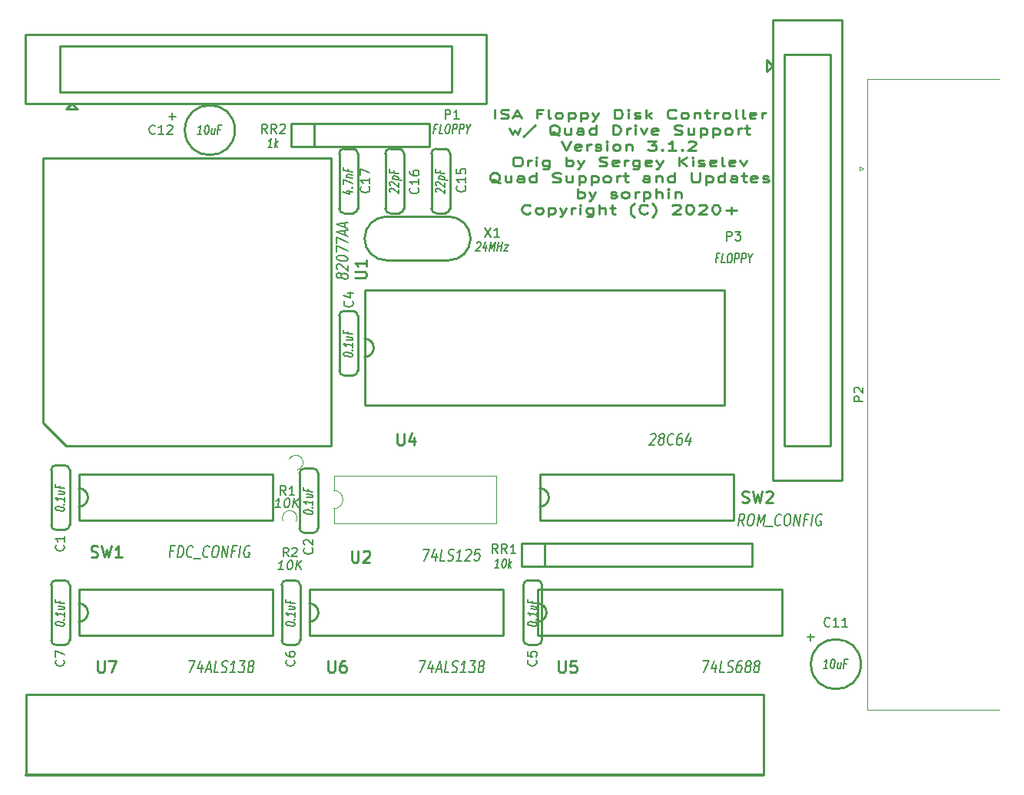
<source format=gto>
%TF.GenerationSoftware,KiCad,Pcbnew,(5.1.6-0)*%
%TF.CreationDate,2020-08-23T17:23:21-05:00*%
%TF.ProjectId,isa_fdc.kicad_DB37-v3.1.2_pcb,6973615f-6664-4632-9e6b-696361645f44,rev?*%
%TF.SameCoordinates,Original*%
%TF.FileFunction,Legend,Top*%
%TF.FilePolarity,Positive*%
%FSLAX46Y46*%
G04 Gerber Fmt 4.6, Leading zero omitted, Abs format (unit mm)*
G04 Created by KiCad (PCBNEW (5.1.6-0)) date 2020-08-23 17:23:21*
%MOMM*%
%LPD*%
G01*
G04 APERTURE LIST*
%ADD10C,0.250000*%
%ADD11C,0.120000*%
%ADD12C,0.254000*%
%ADD13C,0.304800*%
%ADD14C,0.150000*%
%ADD15C,0.203200*%
%ADD16C,0.152400*%
G04 APERTURE END LIST*
D10*
X153289142Y-61062380D02*
X153289142Y-60062380D01*
X153942285Y-61014761D02*
X154160000Y-61062380D01*
X154522857Y-61062380D01*
X154668000Y-61014761D01*
X154740571Y-60967142D01*
X154813142Y-60871904D01*
X154813142Y-60776666D01*
X154740571Y-60681428D01*
X154668000Y-60633809D01*
X154522857Y-60586190D01*
X154232571Y-60538571D01*
X154087428Y-60490952D01*
X154014857Y-60443333D01*
X153942285Y-60348095D01*
X153942285Y-60252857D01*
X154014857Y-60157619D01*
X154087428Y-60110000D01*
X154232571Y-60062380D01*
X154595428Y-60062380D01*
X154813142Y-60110000D01*
X155393714Y-60776666D02*
X156119428Y-60776666D01*
X155248571Y-61062380D02*
X155756571Y-60062380D01*
X156264571Y-61062380D01*
X158441714Y-60538571D02*
X157933714Y-60538571D01*
X157933714Y-61062380D02*
X157933714Y-60062380D01*
X158659428Y-60062380D01*
X159457714Y-61062380D02*
X159312571Y-61014761D01*
X159240000Y-60919523D01*
X159240000Y-60062380D01*
X160256000Y-61062380D02*
X160110857Y-61014761D01*
X160038285Y-60967142D01*
X159965714Y-60871904D01*
X159965714Y-60586190D01*
X160038285Y-60490952D01*
X160110857Y-60443333D01*
X160256000Y-60395714D01*
X160473714Y-60395714D01*
X160618857Y-60443333D01*
X160691428Y-60490952D01*
X160764000Y-60586190D01*
X160764000Y-60871904D01*
X160691428Y-60967142D01*
X160618857Y-61014761D01*
X160473714Y-61062380D01*
X160256000Y-61062380D01*
X161417142Y-60395714D02*
X161417142Y-61395714D01*
X161417142Y-60443333D02*
X161562285Y-60395714D01*
X161852571Y-60395714D01*
X161997714Y-60443333D01*
X162070285Y-60490952D01*
X162142857Y-60586190D01*
X162142857Y-60871904D01*
X162070285Y-60967142D01*
X161997714Y-61014761D01*
X161852571Y-61062380D01*
X161562285Y-61062380D01*
X161417142Y-61014761D01*
X162796000Y-60395714D02*
X162796000Y-61395714D01*
X162796000Y-60443333D02*
X162941142Y-60395714D01*
X163231428Y-60395714D01*
X163376571Y-60443333D01*
X163449142Y-60490952D01*
X163521714Y-60586190D01*
X163521714Y-60871904D01*
X163449142Y-60967142D01*
X163376571Y-61014761D01*
X163231428Y-61062380D01*
X162941142Y-61062380D01*
X162796000Y-61014761D01*
X164029714Y-60395714D02*
X164392571Y-61062380D01*
X164755428Y-60395714D02*
X164392571Y-61062380D01*
X164247428Y-61300476D01*
X164174857Y-61348095D01*
X164029714Y-61395714D01*
X166497142Y-61062380D02*
X166497142Y-60062380D01*
X166860000Y-60062380D01*
X167077714Y-60110000D01*
X167222857Y-60205238D01*
X167295428Y-60300476D01*
X167368000Y-60490952D01*
X167368000Y-60633809D01*
X167295428Y-60824285D01*
X167222857Y-60919523D01*
X167077714Y-61014761D01*
X166860000Y-61062380D01*
X166497142Y-61062380D01*
X168021142Y-61062380D02*
X168021142Y-60395714D01*
X168021142Y-60062380D02*
X167948571Y-60110000D01*
X168021142Y-60157619D01*
X168093714Y-60110000D01*
X168021142Y-60062380D01*
X168021142Y-60157619D01*
X168674285Y-61014761D02*
X168819428Y-61062380D01*
X169109714Y-61062380D01*
X169254857Y-61014761D01*
X169327428Y-60919523D01*
X169327428Y-60871904D01*
X169254857Y-60776666D01*
X169109714Y-60729047D01*
X168892000Y-60729047D01*
X168746857Y-60681428D01*
X168674285Y-60586190D01*
X168674285Y-60538571D01*
X168746857Y-60443333D01*
X168892000Y-60395714D01*
X169109714Y-60395714D01*
X169254857Y-60443333D01*
X169980571Y-61062380D02*
X169980571Y-60062380D01*
X170125714Y-60681428D02*
X170561142Y-61062380D01*
X170561142Y-60395714D02*
X169980571Y-60776666D01*
X173246285Y-60967142D02*
X173173714Y-61014761D01*
X172956000Y-61062380D01*
X172810857Y-61062380D01*
X172593142Y-61014761D01*
X172448000Y-60919523D01*
X172375428Y-60824285D01*
X172302857Y-60633809D01*
X172302857Y-60490952D01*
X172375428Y-60300476D01*
X172448000Y-60205238D01*
X172593142Y-60110000D01*
X172810857Y-60062380D01*
X172956000Y-60062380D01*
X173173714Y-60110000D01*
X173246285Y-60157619D01*
X174117142Y-61062380D02*
X173972000Y-61014761D01*
X173899428Y-60967142D01*
X173826857Y-60871904D01*
X173826857Y-60586190D01*
X173899428Y-60490952D01*
X173972000Y-60443333D01*
X174117142Y-60395714D01*
X174334857Y-60395714D01*
X174480000Y-60443333D01*
X174552571Y-60490952D01*
X174625142Y-60586190D01*
X174625142Y-60871904D01*
X174552571Y-60967142D01*
X174480000Y-61014761D01*
X174334857Y-61062380D01*
X174117142Y-61062380D01*
X175278285Y-60395714D02*
X175278285Y-61062380D01*
X175278285Y-60490952D02*
X175350857Y-60443333D01*
X175496000Y-60395714D01*
X175713714Y-60395714D01*
X175858857Y-60443333D01*
X175931428Y-60538571D01*
X175931428Y-61062380D01*
X176439428Y-60395714D02*
X177020000Y-60395714D01*
X176657142Y-60062380D02*
X176657142Y-60919523D01*
X176729714Y-61014761D01*
X176874857Y-61062380D01*
X177020000Y-61062380D01*
X177528000Y-61062380D02*
X177528000Y-60395714D01*
X177528000Y-60586190D02*
X177600571Y-60490952D01*
X177673142Y-60443333D01*
X177818285Y-60395714D01*
X177963428Y-60395714D01*
X178689142Y-61062380D02*
X178544000Y-61014761D01*
X178471428Y-60967142D01*
X178398857Y-60871904D01*
X178398857Y-60586190D01*
X178471428Y-60490952D01*
X178544000Y-60443333D01*
X178689142Y-60395714D01*
X178906857Y-60395714D01*
X179052000Y-60443333D01*
X179124571Y-60490952D01*
X179197142Y-60586190D01*
X179197142Y-60871904D01*
X179124571Y-60967142D01*
X179052000Y-61014761D01*
X178906857Y-61062380D01*
X178689142Y-61062380D01*
X180068000Y-61062380D02*
X179922857Y-61014761D01*
X179850285Y-60919523D01*
X179850285Y-60062380D01*
X180866285Y-61062380D02*
X180721142Y-61014761D01*
X180648571Y-60919523D01*
X180648571Y-60062380D01*
X182027428Y-61014761D02*
X181882285Y-61062380D01*
X181591999Y-61062380D01*
X181446857Y-61014761D01*
X181374285Y-60919523D01*
X181374285Y-60538571D01*
X181446857Y-60443333D01*
X181591999Y-60395714D01*
X181882285Y-60395714D01*
X182027428Y-60443333D01*
X182099999Y-60538571D01*
X182099999Y-60633809D01*
X181374285Y-60729047D01*
X182753142Y-61062380D02*
X182753142Y-60395714D01*
X182753142Y-60586190D02*
X182825714Y-60490952D01*
X182898285Y-60443333D01*
X183043428Y-60395714D01*
X183188571Y-60395714D01*
X154922000Y-62145714D02*
X155212285Y-62812380D01*
X155502571Y-62336190D01*
X155792857Y-62812380D01*
X156083142Y-62145714D01*
X157752285Y-61764761D02*
X156446000Y-63050476D01*
X160437428Y-62907619D02*
X160292285Y-62860000D01*
X160147142Y-62764761D01*
X159929428Y-62621904D01*
X159784285Y-62574285D01*
X159639142Y-62574285D01*
X159711714Y-62812380D02*
X159566571Y-62764761D01*
X159421428Y-62669523D01*
X159348857Y-62479047D01*
X159348857Y-62145714D01*
X159421428Y-61955238D01*
X159566571Y-61860000D01*
X159711714Y-61812380D01*
X160002000Y-61812380D01*
X160147142Y-61860000D01*
X160292285Y-61955238D01*
X160364857Y-62145714D01*
X160364857Y-62479047D01*
X160292285Y-62669523D01*
X160147142Y-62764761D01*
X160002000Y-62812380D01*
X159711714Y-62812380D01*
X161671142Y-62145714D02*
X161671142Y-62812380D01*
X161018000Y-62145714D02*
X161018000Y-62669523D01*
X161090571Y-62764761D01*
X161235714Y-62812380D01*
X161453428Y-62812380D01*
X161598571Y-62764761D01*
X161671142Y-62717142D01*
X163050000Y-62812380D02*
X163050000Y-62288571D01*
X162977428Y-62193333D01*
X162832285Y-62145714D01*
X162542000Y-62145714D01*
X162396857Y-62193333D01*
X163050000Y-62764761D02*
X162904857Y-62812380D01*
X162542000Y-62812380D01*
X162396857Y-62764761D01*
X162324285Y-62669523D01*
X162324285Y-62574285D01*
X162396857Y-62479047D01*
X162542000Y-62431428D01*
X162904857Y-62431428D01*
X163050000Y-62383809D01*
X164428857Y-62812380D02*
X164428857Y-61812380D01*
X164428857Y-62764761D02*
X164283714Y-62812380D01*
X163993428Y-62812380D01*
X163848285Y-62764761D01*
X163775714Y-62717142D01*
X163703142Y-62621904D01*
X163703142Y-62336190D01*
X163775714Y-62240952D01*
X163848285Y-62193333D01*
X163993428Y-62145714D01*
X164283714Y-62145714D01*
X164428857Y-62193333D01*
X166315714Y-62812380D02*
X166315714Y-61812380D01*
X166678571Y-61812380D01*
X166896285Y-61860000D01*
X167041428Y-61955238D01*
X167114000Y-62050476D01*
X167186571Y-62240952D01*
X167186571Y-62383809D01*
X167114000Y-62574285D01*
X167041428Y-62669523D01*
X166896285Y-62764761D01*
X166678571Y-62812380D01*
X166315714Y-62812380D01*
X167839714Y-62812380D02*
X167839714Y-62145714D01*
X167839714Y-62336190D02*
X167912285Y-62240952D01*
X167984857Y-62193333D01*
X168130000Y-62145714D01*
X168275142Y-62145714D01*
X168783142Y-62812380D02*
X168783142Y-62145714D01*
X168783142Y-61812380D02*
X168710571Y-61860000D01*
X168783142Y-61907619D01*
X168855714Y-61860000D01*
X168783142Y-61812380D01*
X168783142Y-61907619D01*
X169363714Y-62145714D02*
X169726571Y-62812380D01*
X170089428Y-62145714D01*
X171250571Y-62764761D02*
X171105428Y-62812380D01*
X170815142Y-62812380D01*
X170670000Y-62764761D01*
X170597428Y-62669523D01*
X170597428Y-62288571D01*
X170670000Y-62193333D01*
X170815142Y-62145714D01*
X171105428Y-62145714D01*
X171250571Y-62193333D01*
X171323142Y-62288571D01*
X171323142Y-62383809D01*
X170597428Y-62479047D01*
X173064857Y-62764761D02*
X173282571Y-62812380D01*
X173645428Y-62812380D01*
X173790571Y-62764761D01*
X173863142Y-62717142D01*
X173935714Y-62621904D01*
X173935714Y-62526666D01*
X173863142Y-62431428D01*
X173790571Y-62383809D01*
X173645428Y-62336190D01*
X173355142Y-62288571D01*
X173210000Y-62240952D01*
X173137428Y-62193333D01*
X173064857Y-62098095D01*
X173064857Y-62002857D01*
X173137428Y-61907619D01*
X173210000Y-61860000D01*
X173355142Y-61812380D01*
X173718000Y-61812380D01*
X173935714Y-61860000D01*
X175242000Y-62145714D02*
X175242000Y-62812380D01*
X174588857Y-62145714D02*
X174588857Y-62669523D01*
X174661428Y-62764761D01*
X174806571Y-62812380D01*
X175024285Y-62812380D01*
X175169428Y-62764761D01*
X175242000Y-62717142D01*
X175967714Y-62145714D02*
X175967714Y-63145714D01*
X175967714Y-62193333D02*
X176112857Y-62145714D01*
X176403142Y-62145714D01*
X176548285Y-62193333D01*
X176620857Y-62240952D01*
X176693428Y-62336190D01*
X176693428Y-62621904D01*
X176620857Y-62717142D01*
X176548285Y-62764761D01*
X176403142Y-62812380D01*
X176112857Y-62812380D01*
X175967714Y-62764761D01*
X177346571Y-62145714D02*
X177346571Y-63145714D01*
X177346571Y-62193333D02*
X177491714Y-62145714D01*
X177781999Y-62145714D01*
X177927142Y-62193333D01*
X177999714Y-62240952D01*
X178072285Y-62336190D01*
X178072285Y-62621904D01*
X177999714Y-62717142D01*
X177927142Y-62764761D01*
X177781999Y-62812380D01*
X177491714Y-62812380D01*
X177346571Y-62764761D01*
X178943142Y-62812380D02*
X178797999Y-62764761D01*
X178725428Y-62717142D01*
X178652857Y-62621904D01*
X178652857Y-62336190D01*
X178725428Y-62240952D01*
X178797999Y-62193333D01*
X178943142Y-62145714D01*
X179160857Y-62145714D01*
X179305999Y-62193333D01*
X179378571Y-62240952D01*
X179451142Y-62336190D01*
X179451142Y-62621904D01*
X179378571Y-62717142D01*
X179305999Y-62764761D01*
X179160857Y-62812380D01*
X178943142Y-62812380D01*
X180104285Y-62812380D02*
X180104285Y-62145714D01*
X180104285Y-62336190D02*
X180176857Y-62240952D01*
X180249428Y-62193333D01*
X180394571Y-62145714D01*
X180539714Y-62145714D01*
X180829999Y-62145714D02*
X181410571Y-62145714D01*
X181047714Y-61812380D02*
X181047714Y-62669523D01*
X181120285Y-62764761D01*
X181265428Y-62812380D01*
X181410571Y-62812380D01*
X160655142Y-63562380D02*
X161163142Y-64562380D01*
X161671142Y-63562380D01*
X162759714Y-64514761D02*
X162614571Y-64562380D01*
X162324285Y-64562380D01*
X162179142Y-64514761D01*
X162106571Y-64419523D01*
X162106571Y-64038571D01*
X162179142Y-63943333D01*
X162324285Y-63895714D01*
X162614571Y-63895714D01*
X162759714Y-63943333D01*
X162832285Y-64038571D01*
X162832285Y-64133809D01*
X162106571Y-64229047D01*
X163485428Y-64562380D02*
X163485428Y-63895714D01*
X163485428Y-64086190D02*
X163558000Y-63990952D01*
X163630571Y-63943333D01*
X163775714Y-63895714D01*
X163920857Y-63895714D01*
X164356285Y-64514761D02*
X164501428Y-64562380D01*
X164791714Y-64562380D01*
X164936857Y-64514761D01*
X165009428Y-64419523D01*
X165009428Y-64371904D01*
X164936857Y-64276666D01*
X164791714Y-64229047D01*
X164574000Y-64229047D01*
X164428857Y-64181428D01*
X164356285Y-64086190D01*
X164356285Y-64038571D01*
X164428857Y-63943333D01*
X164574000Y-63895714D01*
X164791714Y-63895714D01*
X164936857Y-63943333D01*
X165662571Y-64562380D02*
X165662571Y-63895714D01*
X165662571Y-63562380D02*
X165590000Y-63610000D01*
X165662571Y-63657619D01*
X165735142Y-63610000D01*
X165662571Y-63562380D01*
X165662571Y-63657619D01*
X166606000Y-64562380D02*
X166460857Y-64514761D01*
X166388285Y-64467142D01*
X166315714Y-64371904D01*
X166315714Y-64086190D01*
X166388285Y-63990952D01*
X166460857Y-63943333D01*
X166606000Y-63895714D01*
X166823714Y-63895714D01*
X166968857Y-63943333D01*
X167041428Y-63990952D01*
X167114000Y-64086190D01*
X167114000Y-64371904D01*
X167041428Y-64467142D01*
X166968857Y-64514761D01*
X166823714Y-64562380D01*
X166606000Y-64562380D01*
X167767142Y-63895714D02*
X167767142Y-64562380D01*
X167767142Y-63990952D02*
X167839714Y-63943333D01*
X167984857Y-63895714D01*
X168202571Y-63895714D01*
X168347714Y-63943333D01*
X168420285Y-64038571D01*
X168420285Y-64562380D01*
X170162000Y-63562380D02*
X171105428Y-63562380D01*
X170597428Y-63943333D01*
X170815142Y-63943333D01*
X170960285Y-63990952D01*
X171032857Y-64038571D01*
X171105428Y-64133809D01*
X171105428Y-64371904D01*
X171032857Y-64467142D01*
X170960285Y-64514761D01*
X170815142Y-64562380D01*
X170379714Y-64562380D01*
X170234571Y-64514761D01*
X170162000Y-64467142D01*
X171758571Y-64467142D02*
X171831142Y-64514761D01*
X171758571Y-64562380D01*
X171686000Y-64514761D01*
X171758571Y-64467142D01*
X171758571Y-64562380D01*
X173282571Y-64562380D02*
X172411714Y-64562380D01*
X172847142Y-64562380D02*
X172847142Y-63562380D01*
X172702000Y-63705238D01*
X172556857Y-63800476D01*
X172411714Y-63848095D01*
X173935714Y-64467142D02*
X174008285Y-64514761D01*
X173935714Y-64562380D01*
X173863142Y-64514761D01*
X173935714Y-64467142D01*
X173935714Y-64562380D01*
X174588857Y-63657619D02*
X174661428Y-63610000D01*
X174806571Y-63562380D01*
X175169428Y-63562380D01*
X175314571Y-63610000D01*
X175387142Y-63657619D01*
X175459714Y-63752857D01*
X175459714Y-63848095D01*
X175387142Y-63990952D01*
X174516285Y-64562380D01*
X175459714Y-64562380D01*
X155647714Y-65312380D02*
X155938000Y-65312380D01*
X156083142Y-65360000D01*
X156228285Y-65455238D01*
X156300857Y-65645714D01*
X156300857Y-65979047D01*
X156228285Y-66169523D01*
X156083142Y-66264761D01*
X155938000Y-66312380D01*
X155647714Y-66312380D01*
X155502571Y-66264761D01*
X155357428Y-66169523D01*
X155284857Y-65979047D01*
X155284857Y-65645714D01*
X155357428Y-65455238D01*
X155502571Y-65360000D01*
X155647714Y-65312380D01*
X156954000Y-66312380D02*
X156954000Y-65645714D01*
X156954000Y-65836190D02*
X157026571Y-65740952D01*
X157099142Y-65693333D01*
X157244285Y-65645714D01*
X157389428Y-65645714D01*
X157897428Y-66312380D02*
X157897428Y-65645714D01*
X157897428Y-65312380D02*
X157824857Y-65360000D01*
X157897428Y-65407619D01*
X157970000Y-65360000D01*
X157897428Y-65312380D01*
X157897428Y-65407619D01*
X159276285Y-65645714D02*
X159276285Y-66455238D01*
X159203714Y-66550476D01*
X159131142Y-66598095D01*
X158986000Y-66645714D01*
X158768285Y-66645714D01*
X158623142Y-66598095D01*
X159276285Y-66264761D02*
X159131142Y-66312380D01*
X158840857Y-66312380D01*
X158695714Y-66264761D01*
X158623142Y-66217142D01*
X158550571Y-66121904D01*
X158550571Y-65836190D01*
X158623142Y-65740952D01*
X158695714Y-65693333D01*
X158840857Y-65645714D01*
X159131142Y-65645714D01*
X159276285Y-65693333D01*
X161163142Y-66312380D02*
X161163142Y-65312380D01*
X161163142Y-65693333D02*
X161308285Y-65645714D01*
X161598571Y-65645714D01*
X161743714Y-65693333D01*
X161816285Y-65740952D01*
X161888857Y-65836190D01*
X161888857Y-66121904D01*
X161816285Y-66217142D01*
X161743714Y-66264761D01*
X161598571Y-66312380D01*
X161308285Y-66312380D01*
X161163142Y-66264761D01*
X162396857Y-65645714D02*
X162759714Y-66312380D01*
X163122571Y-65645714D02*
X162759714Y-66312380D01*
X162614571Y-66550476D01*
X162542000Y-66598095D01*
X162396857Y-66645714D01*
X164791714Y-66264761D02*
X165009428Y-66312380D01*
X165372285Y-66312380D01*
X165517428Y-66264761D01*
X165590000Y-66217142D01*
X165662571Y-66121904D01*
X165662571Y-66026666D01*
X165590000Y-65931428D01*
X165517428Y-65883809D01*
X165372285Y-65836190D01*
X165082000Y-65788571D01*
X164936857Y-65740952D01*
X164864285Y-65693333D01*
X164791714Y-65598095D01*
X164791714Y-65502857D01*
X164864285Y-65407619D01*
X164936857Y-65360000D01*
X165082000Y-65312380D01*
X165444857Y-65312380D01*
X165662571Y-65360000D01*
X166896285Y-66264761D02*
X166751142Y-66312380D01*
X166460857Y-66312380D01*
X166315714Y-66264761D01*
X166243142Y-66169523D01*
X166243142Y-65788571D01*
X166315714Y-65693333D01*
X166460857Y-65645714D01*
X166751142Y-65645714D01*
X166896285Y-65693333D01*
X166968857Y-65788571D01*
X166968857Y-65883809D01*
X166243142Y-65979047D01*
X167622000Y-66312380D02*
X167622000Y-65645714D01*
X167622000Y-65836190D02*
X167694571Y-65740952D01*
X167767142Y-65693333D01*
X167912285Y-65645714D01*
X168057428Y-65645714D01*
X169218571Y-65645714D02*
X169218571Y-66455238D01*
X169146000Y-66550476D01*
X169073428Y-66598095D01*
X168928285Y-66645714D01*
X168710571Y-66645714D01*
X168565428Y-66598095D01*
X169218571Y-66264761D02*
X169073428Y-66312380D01*
X168783142Y-66312380D01*
X168638000Y-66264761D01*
X168565428Y-66217142D01*
X168492857Y-66121904D01*
X168492857Y-65836190D01*
X168565428Y-65740952D01*
X168638000Y-65693333D01*
X168783142Y-65645714D01*
X169073428Y-65645714D01*
X169218571Y-65693333D01*
X170524857Y-66264761D02*
X170379714Y-66312380D01*
X170089428Y-66312380D01*
X169944285Y-66264761D01*
X169871714Y-66169523D01*
X169871714Y-65788571D01*
X169944285Y-65693333D01*
X170089428Y-65645714D01*
X170379714Y-65645714D01*
X170524857Y-65693333D01*
X170597428Y-65788571D01*
X170597428Y-65883809D01*
X169871714Y-65979047D01*
X171105428Y-65645714D02*
X171468285Y-66312380D01*
X171831142Y-65645714D02*
X171468285Y-66312380D01*
X171323142Y-66550476D01*
X171250571Y-66598095D01*
X171105428Y-66645714D01*
X173572857Y-66312380D02*
X173572857Y-65312380D01*
X174443714Y-66312380D02*
X173790571Y-65740952D01*
X174443714Y-65312380D02*
X173572857Y-65883809D01*
X175096857Y-66312380D02*
X175096857Y-65645714D01*
X175096857Y-65312380D02*
X175024285Y-65360000D01*
X175096857Y-65407619D01*
X175169428Y-65360000D01*
X175096857Y-65312380D01*
X175096857Y-65407619D01*
X175750000Y-66264761D02*
X175895142Y-66312380D01*
X176185428Y-66312380D01*
X176330571Y-66264761D01*
X176403142Y-66169523D01*
X176403142Y-66121904D01*
X176330571Y-66026666D01*
X176185428Y-65979047D01*
X175967714Y-65979047D01*
X175822571Y-65931428D01*
X175750000Y-65836190D01*
X175750000Y-65788571D01*
X175822571Y-65693333D01*
X175967714Y-65645714D01*
X176185428Y-65645714D01*
X176330571Y-65693333D01*
X177636857Y-66264761D02*
X177491714Y-66312380D01*
X177201428Y-66312380D01*
X177056285Y-66264761D01*
X176983714Y-66169523D01*
X176983714Y-65788571D01*
X177056285Y-65693333D01*
X177201428Y-65645714D01*
X177491714Y-65645714D01*
X177636857Y-65693333D01*
X177709428Y-65788571D01*
X177709428Y-65883809D01*
X176983714Y-65979047D01*
X178580285Y-66312380D02*
X178435142Y-66264761D01*
X178362571Y-66169523D01*
X178362571Y-65312380D01*
X179741428Y-66264761D02*
X179596285Y-66312380D01*
X179306000Y-66312380D01*
X179160857Y-66264761D01*
X179088285Y-66169523D01*
X179088285Y-65788571D01*
X179160857Y-65693333D01*
X179306000Y-65645714D01*
X179596285Y-65645714D01*
X179741428Y-65693333D01*
X179814000Y-65788571D01*
X179814000Y-65883809D01*
X179088285Y-65979047D01*
X180322000Y-65645714D02*
X180684857Y-66312380D01*
X181047714Y-65645714D01*
X153869714Y-68157619D02*
X153724571Y-68110000D01*
X153579428Y-68014761D01*
X153361714Y-67871904D01*
X153216571Y-67824285D01*
X153071428Y-67824285D01*
X153144000Y-68062380D02*
X152998857Y-68014761D01*
X152853714Y-67919523D01*
X152781142Y-67729047D01*
X152781142Y-67395714D01*
X152853714Y-67205238D01*
X152998857Y-67110000D01*
X153144000Y-67062380D01*
X153434285Y-67062380D01*
X153579428Y-67110000D01*
X153724571Y-67205238D01*
X153797142Y-67395714D01*
X153797142Y-67729047D01*
X153724571Y-67919523D01*
X153579428Y-68014761D01*
X153434285Y-68062380D01*
X153144000Y-68062380D01*
X155103428Y-67395714D02*
X155103428Y-68062380D01*
X154450285Y-67395714D02*
X154450285Y-67919523D01*
X154522857Y-68014761D01*
X154668000Y-68062380D01*
X154885714Y-68062380D01*
X155030857Y-68014761D01*
X155103428Y-67967142D01*
X156482285Y-68062380D02*
X156482285Y-67538571D01*
X156409714Y-67443333D01*
X156264571Y-67395714D01*
X155974285Y-67395714D01*
X155829142Y-67443333D01*
X156482285Y-68014761D02*
X156337142Y-68062380D01*
X155974285Y-68062380D01*
X155829142Y-68014761D01*
X155756571Y-67919523D01*
X155756571Y-67824285D01*
X155829142Y-67729047D01*
X155974285Y-67681428D01*
X156337142Y-67681428D01*
X156482285Y-67633809D01*
X157861142Y-68062380D02*
X157861142Y-67062380D01*
X157861142Y-68014761D02*
X157716000Y-68062380D01*
X157425714Y-68062380D01*
X157280571Y-68014761D01*
X157208000Y-67967142D01*
X157135428Y-67871904D01*
X157135428Y-67586190D01*
X157208000Y-67490952D01*
X157280571Y-67443333D01*
X157425714Y-67395714D01*
X157716000Y-67395714D01*
X157861142Y-67443333D01*
X159675428Y-68014761D02*
X159893142Y-68062380D01*
X160256000Y-68062380D01*
X160401142Y-68014761D01*
X160473714Y-67967142D01*
X160546285Y-67871904D01*
X160546285Y-67776666D01*
X160473714Y-67681428D01*
X160401142Y-67633809D01*
X160256000Y-67586190D01*
X159965714Y-67538571D01*
X159820571Y-67490952D01*
X159748000Y-67443333D01*
X159675428Y-67348095D01*
X159675428Y-67252857D01*
X159748000Y-67157619D01*
X159820571Y-67110000D01*
X159965714Y-67062380D01*
X160328571Y-67062380D01*
X160546285Y-67110000D01*
X161852571Y-67395714D02*
X161852571Y-68062380D01*
X161199428Y-67395714D02*
X161199428Y-67919523D01*
X161272000Y-68014761D01*
X161417142Y-68062380D01*
X161634857Y-68062380D01*
X161780000Y-68014761D01*
X161852571Y-67967142D01*
X162578285Y-67395714D02*
X162578285Y-68395714D01*
X162578285Y-67443333D02*
X162723428Y-67395714D01*
X163013714Y-67395714D01*
X163158857Y-67443333D01*
X163231428Y-67490952D01*
X163304000Y-67586190D01*
X163304000Y-67871904D01*
X163231428Y-67967142D01*
X163158857Y-68014761D01*
X163013714Y-68062380D01*
X162723428Y-68062380D01*
X162578285Y-68014761D01*
X163957142Y-67395714D02*
X163957142Y-68395714D01*
X163957142Y-67443333D02*
X164102285Y-67395714D01*
X164392571Y-67395714D01*
X164537714Y-67443333D01*
X164610285Y-67490952D01*
X164682857Y-67586190D01*
X164682857Y-67871904D01*
X164610285Y-67967142D01*
X164537714Y-68014761D01*
X164392571Y-68062380D01*
X164102285Y-68062380D01*
X163957142Y-68014761D01*
X165553714Y-68062380D02*
X165408571Y-68014761D01*
X165336000Y-67967142D01*
X165263428Y-67871904D01*
X165263428Y-67586190D01*
X165336000Y-67490952D01*
X165408571Y-67443333D01*
X165553714Y-67395714D01*
X165771428Y-67395714D01*
X165916571Y-67443333D01*
X165989142Y-67490952D01*
X166061714Y-67586190D01*
X166061714Y-67871904D01*
X165989142Y-67967142D01*
X165916571Y-68014761D01*
X165771428Y-68062380D01*
X165553714Y-68062380D01*
X166714857Y-68062380D02*
X166714857Y-67395714D01*
X166714857Y-67586190D02*
X166787428Y-67490952D01*
X166860000Y-67443333D01*
X167005142Y-67395714D01*
X167150285Y-67395714D01*
X167440571Y-67395714D02*
X168021142Y-67395714D01*
X167658285Y-67062380D02*
X167658285Y-67919523D01*
X167730857Y-68014761D01*
X167876000Y-68062380D01*
X168021142Y-68062380D01*
X170343428Y-68062380D02*
X170343428Y-67538571D01*
X170270857Y-67443333D01*
X170125714Y-67395714D01*
X169835428Y-67395714D01*
X169690285Y-67443333D01*
X170343428Y-68014761D02*
X170198285Y-68062380D01*
X169835428Y-68062380D01*
X169690285Y-68014761D01*
X169617714Y-67919523D01*
X169617714Y-67824285D01*
X169690285Y-67729047D01*
X169835428Y-67681428D01*
X170198285Y-67681428D01*
X170343428Y-67633809D01*
X171069142Y-67395714D02*
X171069142Y-68062380D01*
X171069142Y-67490952D02*
X171141714Y-67443333D01*
X171286857Y-67395714D01*
X171504571Y-67395714D01*
X171649714Y-67443333D01*
X171722285Y-67538571D01*
X171722285Y-68062380D01*
X173101142Y-68062380D02*
X173101142Y-67062380D01*
X173101142Y-68014761D02*
X172956000Y-68062380D01*
X172665714Y-68062380D01*
X172520571Y-68014761D01*
X172448000Y-67967142D01*
X172375428Y-67871904D01*
X172375428Y-67586190D01*
X172448000Y-67490952D01*
X172520571Y-67443333D01*
X172665714Y-67395714D01*
X172956000Y-67395714D01*
X173101142Y-67443333D01*
X174988000Y-67062380D02*
X174988000Y-67871904D01*
X175060571Y-67967142D01*
X175133142Y-68014761D01*
X175278285Y-68062380D01*
X175568571Y-68062380D01*
X175713714Y-68014761D01*
X175786285Y-67967142D01*
X175858857Y-67871904D01*
X175858857Y-67062380D01*
X176584571Y-67395714D02*
X176584571Y-68395714D01*
X176584571Y-67443333D02*
X176729714Y-67395714D01*
X177020000Y-67395714D01*
X177165142Y-67443333D01*
X177237714Y-67490952D01*
X177310285Y-67586190D01*
X177310285Y-67871904D01*
X177237714Y-67967142D01*
X177165142Y-68014761D01*
X177020000Y-68062380D01*
X176729714Y-68062380D01*
X176584571Y-68014761D01*
X178616571Y-68062380D02*
X178616571Y-67062380D01*
X178616571Y-68014761D02*
X178471428Y-68062380D01*
X178181142Y-68062380D01*
X178036000Y-68014761D01*
X177963428Y-67967142D01*
X177890857Y-67871904D01*
X177890857Y-67586190D01*
X177963428Y-67490952D01*
X178036000Y-67443333D01*
X178181142Y-67395714D01*
X178471428Y-67395714D01*
X178616571Y-67443333D01*
X179995428Y-68062380D02*
X179995428Y-67538571D01*
X179922857Y-67443333D01*
X179777714Y-67395714D01*
X179487428Y-67395714D01*
X179342285Y-67443333D01*
X179995428Y-68014761D02*
X179850285Y-68062380D01*
X179487428Y-68062380D01*
X179342285Y-68014761D01*
X179269714Y-67919523D01*
X179269714Y-67824285D01*
X179342285Y-67729047D01*
X179487428Y-67681428D01*
X179850285Y-67681428D01*
X179995428Y-67633809D01*
X180503428Y-67395714D02*
X181084000Y-67395714D01*
X180721142Y-67062380D02*
X180721142Y-67919523D01*
X180793714Y-68014761D01*
X180938857Y-68062380D01*
X181084000Y-68062380D01*
X182172571Y-68014761D02*
X182027428Y-68062380D01*
X181737142Y-68062380D01*
X181591999Y-68014761D01*
X181519428Y-67919523D01*
X181519428Y-67538571D01*
X181591999Y-67443333D01*
X181737142Y-67395714D01*
X182027428Y-67395714D01*
X182172571Y-67443333D01*
X182245142Y-67538571D01*
X182245142Y-67633809D01*
X181519428Y-67729047D01*
X182825714Y-68014761D02*
X182970857Y-68062380D01*
X183261142Y-68062380D01*
X183406285Y-68014761D01*
X183478857Y-67919523D01*
X183478857Y-67871904D01*
X183406285Y-67776666D01*
X183261142Y-67729047D01*
X183043428Y-67729047D01*
X182898285Y-67681428D01*
X182825714Y-67586190D01*
X182825714Y-67538571D01*
X182898285Y-67443333D01*
X183043428Y-67395714D01*
X183261142Y-67395714D01*
X183406285Y-67443333D01*
X162433142Y-69812380D02*
X162433142Y-68812380D01*
X162433142Y-69193333D02*
X162578285Y-69145714D01*
X162868571Y-69145714D01*
X163013714Y-69193333D01*
X163086285Y-69240952D01*
X163158857Y-69336190D01*
X163158857Y-69621904D01*
X163086285Y-69717142D01*
X163013714Y-69764761D01*
X162868571Y-69812380D01*
X162578285Y-69812380D01*
X162433142Y-69764761D01*
X163666857Y-69145714D02*
X164029714Y-69812380D01*
X164392571Y-69145714D02*
X164029714Y-69812380D01*
X163884571Y-70050476D01*
X163812000Y-70098095D01*
X163666857Y-70145714D01*
X166061714Y-69764761D02*
X166206857Y-69812380D01*
X166497142Y-69812380D01*
X166642285Y-69764761D01*
X166714857Y-69669523D01*
X166714857Y-69621904D01*
X166642285Y-69526666D01*
X166497142Y-69479047D01*
X166279428Y-69479047D01*
X166134285Y-69431428D01*
X166061714Y-69336190D01*
X166061714Y-69288571D01*
X166134285Y-69193333D01*
X166279428Y-69145714D01*
X166497142Y-69145714D01*
X166642285Y-69193333D01*
X167585714Y-69812380D02*
X167440571Y-69764761D01*
X167368000Y-69717142D01*
X167295428Y-69621904D01*
X167295428Y-69336190D01*
X167368000Y-69240952D01*
X167440571Y-69193333D01*
X167585714Y-69145714D01*
X167803428Y-69145714D01*
X167948571Y-69193333D01*
X168021142Y-69240952D01*
X168093714Y-69336190D01*
X168093714Y-69621904D01*
X168021142Y-69717142D01*
X167948571Y-69764761D01*
X167803428Y-69812380D01*
X167585714Y-69812380D01*
X168746857Y-69812380D02*
X168746857Y-69145714D01*
X168746857Y-69336190D02*
X168819428Y-69240952D01*
X168892000Y-69193333D01*
X169037142Y-69145714D01*
X169182285Y-69145714D01*
X169690285Y-69145714D02*
X169690285Y-70145714D01*
X169690285Y-69193333D02*
X169835428Y-69145714D01*
X170125714Y-69145714D01*
X170270857Y-69193333D01*
X170343428Y-69240952D01*
X170416000Y-69336190D01*
X170416000Y-69621904D01*
X170343428Y-69717142D01*
X170270857Y-69764761D01*
X170125714Y-69812380D01*
X169835428Y-69812380D01*
X169690285Y-69764761D01*
X171069142Y-69812380D02*
X171069142Y-68812380D01*
X171722285Y-69812380D02*
X171722285Y-69288571D01*
X171649714Y-69193333D01*
X171504571Y-69145714D01*
X171286857Y-69145714D01*
X171141714Y-69193333D01*
X171069142Y-69240952D01*
X172448000Y-69812380D02*
X172448000Y-69145714D01*
X172448000Y-68812380D02*
X172375428Y-68860000D01*
X172448000Y-68907619D01*
X172520571Y-68860000D01*
X172448000Y-68812380D01*
X172448000Y-68907619D01*
X173173714Y-69145714D02*
X173173714Y-69812380D01*
X173173714Y-69240952D02*
X173246285Y-69193333D01*
X173391428Y-69145714D01*
X173609142Y-69145714D01*
X173754285Y-69193333D01*
X173826857Y-69288571D01*
X173826857Y-69812380D01*
X157208000Y-71467142D02*
X157135428Y-71514761D01*
X156917714Y-71562380D01*
X156772571Y-71562380D01*
X156554857Y-71514761D01*
X156409714Y-71419523D01*
X156337142Y-71324285D01*
X156264571Y-71133809D01*
X156264571Y-70990952D01*
X156337142Y-70800476D01*
X156409714Y-70705238D01*
X156554857Y-70610000D01*
X156772571Y-70562380D01*
X156917714Y-70562380D01*
X157135428Y-70610000D01*
X157208000Y-70657619D01*
X158078857Y-71562380D02*
X157933714Y-71514761D01*
X157861142Y-71467142D01*
X157788571Y-71371904D01*
X157788571Y-71086190D01*
X157861142Y-70990952D01*
X157933714Y-70943333D01*
X158078857Y-70895714D01*
X158296571Y-70895714D01*
X158441714Y-70943333D01*
X158514285Y-70990952D01*
X158586857Y-71086190D01*
X158586857Y-71371904D01*
X158514285Y-71467142D01*
X158441714Y-71514761D01*
X158296571Y-71562380D01*
X158078857Y-71562380D01*
X159240000Y-70895714D02*
X159240000Y-71895714D01*
X159240000Y-70943333D02*
X159385142Y-70895714D01*
X159675428Y-70895714D01*
X159820571Y-70943333D01*
X159893142Y-70990952D01*
X159965714Y-71086190D01*
X159965714Y-71371904D01*
X159893142Y-71467142D01*
X159820571Y-71514761D01*
X159675428Y-71562380D01*
X159385142Y-71562380D01*
X159240000Y-71514761D01*
X160473714Y-70895714D02*
X160836571Y-71562380D01*
X161199428Y-70895714D02*
X160836571Y-71562380D01*
X160691428Y-71800476D01*
X160618857Y-71848095D01*
X160473714Y-71895714D01*
X161780000Y-71562380D02*
X161780000Y-70895714D01*
X161780000Y-71086190D02*
X161852571Y-70990952D01*
X161925142Y-70943333D01*
X162070285Y-70895714D01*
X162215428Y-70895714D01*
X162723428Y-71562380D02*
X162723428Y-70895714D01*
X162723428Y-70562380D02*
X162650857Y-70610000D01*
X162723428Y-70657619D01*
X162796000Y-70610000D01*
X162723428Y-70562380D01*
X162723428Y-70657619D01*
X164102285Y-70895714D02*
X164102285Y-71705238D01*
X164029714Y-71800476D01*
X163957142Y-71848095D01*
X163812000Y-71895714D01*
X163594285Y-71895714D01*
X163449142Y-71848095D01*
X164102285Y-71514761D02*
X163957142Y-71562380D01*
X163666857Y-71562380D01*
X163521714Y-71514761D01*
X163449142Y-71467142D01*
X163376571Y-71371904D01*
X163376571Y-71086190D01*
X163449142Y-70990952D01*
X163521714Y-70943333D01*
X163666857Y-70895714D01*
X163957142Y-70895714D01*
X164102285Y-70943333D01*
X164828000Y-71562380D02*
X164828000Y-70562380D01*
X165481142Y-71562380D02*
X165481142Y-71038571D01*
X165408571Y-70943333D01*
X165263428Y-70895714D01*
X165045714Y-70895714D01*
X164900571Y-70943333D01*
X164828000Y-70990952D01*
X165989142Y-70895714D02*
X166569714Y-70895714D01*
X166206857Y-70562380D02*
X166206857Y-71419523D01*
X166279428Y-71514761D01*
X166424571Y-71562380D01*
X166569714Y-71562380D01*
X168674285Y-71943333D02*
X168601714Y-71895714D01*
X168456571Y-71752857D01*
X168384000Y-71657619D01*
X168311428Y-71514761D01*
X168238857Y-71276666D01*
X168238857Y-71086190D01*
X168311428Y-70848095D01*
X168384000Y-70705238D01*
X168456571Y-70610000D01*
X168601714Y-70467142D01*
X168674285Y-70419523D01*
X170125714Y-71467142D02*
X170053142Y-71514761D01*
X169835428Y-71562380D01*
X169690285Y-71562380D01*
X169472571Y-71514761D01*
X169327428Y-71419523D01*
X169254857Y-71324285D01*
X169182285Y-71133809D01*
X169182285Y-70990952D01*
X169254857Y-70800476D01*
X169327428Y-70705238D01*
X169472571Y-70610000D01*
X169690285Y-70562380D01*
X169835428Y-70562380D01*
X170053142Y-70610000D01*
X170125714Y-70657619D01*
X170633714Y-71943333D02*
X170706285Y-71895714D01*
X170851428Y-71752857D01*
X170924000Y-71657619D01*
X170996571Y-71514761D01*
X171069142Y-71276666D01*
X171069142Y-71086190D01*
X170996571Y-70848095D01*
X170924000Y-70705238D01*
X170851428Y-70610000D01*
X170706285Y-70467142D01*
X170633714Y-70419523D01*
X172883428Y-70657619D02*
X172956000Y-70610000D01*
X173101142Y-70562380D01*
X173464000Y-70562380D01*
X173609142Y-70610000D01*
X173681714Y-70657619D01*
X173754285Y-70752857D01*
X173754285Y-70848095D01*
X173681714Y-70990952D01*
X172810857Y-71562380D01*
X173754285Y-71562380D01*
X174697714Y-70562380D02*
X174842857Y-70562380D01*
X174988000Y-70610000D01*
X175060571Y-70657619D01*
X175133142Y-70752857D01*
X175205714Y-70943333D01*
X175205714Y-71181428D01*
X175133142Y-71371904D01*
X175060571Y-71467142D01*
X174988000Y-71514761D01*
X174842857Y-71562380D01*
X174697714Y-71562380D01*
X174552571Y-71514761D01*
X174480000Y-71467142D01*
X174407428Y-71371904D01*
X174334857Y-71181428D01*
X174334857Y-70943333D01*
X174407428Y-70752857D01*
X174480000Y-70657619D01*
X174552571Y-70610000D01*
X174697714Y-70562380D01*
X175786285Y-70657619D02*
X175858857Y-70610000D01*
X176004000Y-70562380D01*
X176366857Y-70562380D01*
X176512000Y-70610000D01*
X176584571Y-70657619D01*
X176657142Y-70752857D01*
X176657142Y-70848095D01*
X176584571Y-70990952D01*
X175713714Y-71562380D01*
X176657142Y-71562380D01*
X177600571Y-70562380D02*
X177745714Y-70562380D01*
X177890857Y-70610000D01*
X177963428Y-70657619D01*
X178036000Y-70752857D01*
X178108571Y-70943333D01*
X178108571Y-71181428D01*
X178036000Y-71371904D01*
X177963428Y-71467142D01*
X177890857Y-71514761D01*
X177745714Y-71562380D01*
X177600571Y-71562380D01*
X177455428Y-71514761D01*
X177382857Y-71467142D01*
X177310285Y-71371904D01*
X177237714Y-71181428D01*
X177237714Y-70943333D01*
X177310285Y-70752857D01*
X177382857Y-70657619D01*
X177455428Y-70610000D01*
X177600571Y-70562380D01*
X178761714Y-71181428D02*
X179922857Y-71181428D01*
X179342285Y-71562380D02*
X179342285Y-70800476D01*
D11*
%TO.C,P2*%
X208907500Y-126260000D02*
X194367500Y-126260000D01*
X194367500Y-126260000D02*
X194367500Y-56740000D01*
X194367500Y-56740000D02*
X208907500Y-56740000D01*
X193473162Y-66820000D02*
X193473162Y-66320000D01*
X193473162Y-66320000D02*
X193906175Y-66570000D01*
X193906175Y-66570000D02*
X193473162Y-66820000D01*
D12*
%TO.C,P3*%
X183295000Y-54595000D02*
X183930000Y-55230000D01*
X183930000Y-55230000D02*
X183295000Y-55865000D01*
X183295000Y-55865000D02*
X183295000Y-54595000D01*
X191550000Y-50150000D02*
X191550000Y-100950000D01*
X191550000Y-100950000D02*
X183930000Y-100950000D01*
X183930000Y-100950000D02*
X183930000Y-50150000D01*
X183930000Y-50150000D02*
X191550000Y-50150000D01*
X185200000Y-53960000D02*
X185200000Y-97140000D01*
X190280000Y-97140000D02*
X190280000Y-53960000D01*
X185200000Y-53960000D02*
X190280000Y-53960000D01*
X190280000Y-97140000D02*
X185200000Y-97140000D01*
D11*
%TO.C,R2*%
X129940641Y-105440095D02*
G75*
G02*
X131390000Y-105537133I749359J320095D01*
G01*
%TO.C,R1*%
X130593782Y-98716464D02*
G75*
G02*
X131550017Y-99809932I756218J-303536D01*
G01*
%TO.C,U2*%
X135550000Y-104100000D02*
X135550000Y-105750000D01*
X135550000Y-105750000D02*
X153450000Y-105750000D01*
X153450000Y-105750000D02*
X153450000Y-100450000D01*
X153450000Y-100450000D02*
X135550000Y-100450000D01*
X135550000Y-100450000D02*
X135550000Y-102100000D01*
X135550000Y-102100000D02*
G75*
G02*
X135550000Y-104100000I0J-1000000D01*
G01*
D12*
%TO.C,C2*%
X132282000Y-106776000D02*
X133298000Y-106776000D01*
X131774000Y-100172000D02*
X131774000Y-106268000D01*
X133806000Y-100172000D02*
X133806000Y-106268000D01*
X132282000Y-99664000D02*
X133298000Y-99664000D01*
X131774000Y-106268000D02*
G75*
G03*
X132282000Y-106776000I508000J0D01*
G01*
X133298000Y-106776000D02*
G75*
G03*
X133806000Y-106268000I0J508000D01*
G01*
X132282000Y-99664000D02*
G75*
G03*
X131774000Y-100172000I0J-508000D01*
G01*
X133806000Y-100172000D02*
G75*
G03*
X133298000Y-99664000I-508000J0D01*
G01*
%TO.C,SW1*%
X107442000Y-100330000D02*
X128778000Y-100330000D01*
X128778000Y-100330000D02*
X128778000Y-105410000D01*
X128778000Y-105410000D02*
X107442000Y-105410000D01*
X107442000Y-105410000D02*
X107442000Y-100330000D01*
X107442000Y-103886000D02*
G75*
G03*
X108458000Y-102870000I0J1016000D01*
G01*
X108458000Y-102870000D02*
G75*
G03*
X107442000Y-101854000I-1016000J0D01*
G01*
%TO.C,BUS1*%
X101600000Y-133454500D02*
X101600000Y-124564500D01*
X182880000Y-124564500D02*
X101600000Y-124564500D01*
D13*
X182880000Y-133454500D02*
X101600000Y-133454500D01*
D12*
X182880000Y-124564500D02*
X182880000Y-133454500D01*
%TO.C,C11*%
X193640820Y-121260000D02*
G75*
G03*
X193640820Y-121260000I-2750820J0D01*
G01*
%TO.C,C12*%
X124640820Y-62340000D02*
G75*
G03*
X124640820Y-62340000I-2750820J0D01*
G01*
%TO.C,U5*%
X157988000Y-113030000D02*
X184912000Y-113030000D01*
X184912000Y-113030000D02*
X184912000Y-118110000D01*
X184912000Y-118110000D02*
X157988000Y-118110000D01*
X157988000Y-118110000D02*
X157988000Y-113030000D01*
X157988000Y-116586000D02*
G75*
G03*
X159004000Y-115570000I0J1016000D01*
G01*
X159004000Y-115570000D02*
G75*
G03*
X157988000Y-114554000I-1016000J0D01*
G01*
%TO.C,U7*%
X107442000Y-113030000D02*
X128778000Y-113030000D01*
X128778000Y-113030000D02*
X128778000Y-118110000D01*
X128778000Y-118110000D02*
X107442000Y-118110000D01*
X107442000Y-118110000D02*
X107442000Y-113030000D01*
X107442000Y-116586000D02*
G75*
G03*
X108458000Y-115570000I0J1016000D01*
G01*
X108458000Y-115570000D02*
G75*
G03*
X107442000Y-114554000I-1016000J0D01*
G01*
%TO.C,U6*%
X132842000Y-113030000D02*
X154178000Y-113030000D01*
X154178000Y-113030000D02*
X154178000Y-118110000D01*
X154178000Y-118110000D02*
X132842000Y-118110000D01*
X132842000Y-118110000D02*
X132842000Y-113030000D01*
X132842000Y-116586000D02*
G75*
G03*
X133858000Y-115570000I0J1016000D01*
G01*
X133858000Y-115570000D02*
G75*
G03*
X132842000Y-114554000I-1016000J0D01*
G01*
%TO.C,SW2*%
X158242000Y-100330000D02*
X179578000Y-100330000D01*
X179578000Y-100330000D02*
X179578000Y-105410000D01*
X179578000Y-105410000D02*
X158242000Y-105410000D01*
X158242000Y-105410000D02*
X158242000Y-100330000D01*
X158242000Y-103886000D02*
G75*
G03*
X159258000Y-102870000I0J1016000D01*
G01*
X159258000Y-102870000D02*
G75*
G03*
X158242000Y-101854000I-1016000J0D01*
G01*
%TO.C,C1*%
X104902000Y-106426000D02*
X105918000Y-106426000D01*
X104394000Y-99822000D02*
X104394000Y-105918000D01*
X106426000Y-99822000D02*
X106426000Y-105918000D01*
X104902000Y-99314000D02*
X105918000Y-99314000D01*
X104394000Y-105918000D02*
G75*
G03*
X104902000Y-106426000I508000J0D01*
G01*
X105918000Y-106426000D02*
G75*
G03*
X106426000Y-105918000I0J508000D01*
G01*
X104902000Y-99314000D02*
G75*
G03*
X104394000Y-99822000I0J-508000D01*
G01*
X106426000Y-99822000D02*
G75*
G03*
X105918000Y-99314000I-508000J0D01*
G01*
%TO.C,C7*%
X104902000Y-119126000D02*
X105918000Y-119126000D01*
X104394000Y-112522000D02*
X104394000Y-118618000D01*
X106426000Y-112522000D02*
X106426000Y-118618000D01*
X104902000Y-112014000D02*
X105918000Y-112014000D01*
X104394000Y-118618000D02*
G75*
G03*
X104902000Y-119126000I508000J0D01*
G01*
X105918000Y-119126000D02*
G75*
G03*
X106426000Y-118618000I0J508000D01*
G01*
X104902000Y-112014000D02*
G75*
G03*
X104394000Y-112522000I0J-508000D01*
G01*
X106426000Y-112522000D02*
G75*
G03*
X105918000Y-112014000I-508000J0D01*
G01*
%TO.C,C6*%
X130302000Y-119126000D02*
X131318000Y-119126000D01*
X129794000Y-112522000D02*
X129794000Y-118618000D01*
X131826000Y-112522000D02*
X131826000Y-118618000D01*
X130302000Y-112014000D02*
X131318000Y-112014000D01*
X129794000Y-118618000D02*
G75*
G03*
X130302000Y-119126000I508000J0D01*
G01*
X131318000Y-119126000D02*
G75*
G03*
X131826000Y-118618000I0J508000D01*
G01*
X130302000Y-112014000D02*
G75*
G03*
X129794000Y-112522000I0J-508000D01*
G01*
X131826000Y-112522000D02*
G75*
G03*
X131318000Y-112014000I-508000J0D01*
G01*
%TO.C,C5*%
X156962000Y-119116000D02*
X157978000Y-119116000D01*
X156454000Y-112512000D02*
X156454000Y-118608000D01*
X158486000Y-112512000D02*
X158486000Y-118608000D01*
X156962000Y-112004000D02*
X157978000Y-112004000D01*
X156454000Y-118608000D02*
G75*
G03*
X156962000Y-119116000I508000J0D01*
G01*
X157978000Y-119116000D02*
G75*
G03*
X158486000Y-118608000I0J508000D01*
G01*
X156962000Y-112004000D02*
G75*
G03*
X156454000Y-112512000I0J-508000D01*
G01*
X158486000Y-112512000D02*
G75*
G03*
X157978000Y-112004000I-508000J0D01*
G01*
%TO.C,C4*%
X136662000Y-89406000D02*
X137678000Y-89406000D01*
X136154000Y-82802000D02*
X136154000Y-88898000D01*
X138186000Y-82802000D02*
X138186000Y-88898000D01*
X136662000Y-82294000D02*
X137678000Y-82294000D01*
X136154000Y-88898000D02*
G75*
G03*
X136662000Y-89406000I508000J0D01*
G01*
X137678000Y-89406000D02*
G75*
G03*
X138186000Y-88898000I0J508000D01*
G01*
X136662000Y-82294000D02*
G75*
G03*
X136154000Y-82802000I0J-508000D01*
G01*
X138186000Y-82802000D02*
G75*
G03*
X137678000Y-82294000I-508000J0D01*
G01*
%TO.C,C16*%
X142748000Y-64389000D02*
X141732000Y-64389000D01*
X143256000Y-70993000D02*
X143256000Y-64897000D01*
X141224000Y-70993000D02*
X141224000Y-64897000D01*
X142748000Y-71501000D02*
X141732000Y-71501000D01*
X143256000Y-64897000D02*
G75*
G03*
X142748000Y-64389000I-508000J0D01*
G01*
X141732000Y-64389000D02*
G75*
G03*
X141224000Y-64897000I0J-508000D01*
G01*
X142748000Y-71501000D02*
G75*
G03*
X143256000Y-70993000I0J508000D01*
G01*
X141224000Y-70993000D02*
G75*
G03*
X141732000Y-71501000I508000J0D01*
G01*
%TO.C,C15*%
X147828000Y-64389000D02*
X146812000Y-64389000D01*
X148336000Y-70993000D02*
X148336000Y-64897000D01*
X146304000Y-70993000D02*
X146304000Y-64897000D01*
X147828000Y-71501000D02*
X146812000Y-71501000D01*
X148336000Y-64897000D02*
G75*
G03*
X147828000Y-64389000I-508000J0D01*
G01*
X146812000Y-64389000D02*
G75*
G03*
X146304000Y-64897000I0J-508000D01*
G01*
X147828000Y-71501000D02*
G75*
G03*
X148336000Y-70993000I0J508000D01*
G01*
X146304000Y-70993000D02*
G75*
G03*
X146812000Y-71501000I508000J0D01*
G01*
%TO.C,U4*%
X138938000Y-80010000D02*
X178562000Y-80010000D01*
X178562000Y-80010000D02*
X178562000Y-92710000D01*
X178562000Y-92710000D02*
X138938000Y-92710000D01*
X138938000Y-92710000D02*
X138938000Y-80010000D01*
X138938000Y-87376000D02*
G75*
G03*
X139954000Y-86360000I0J1016000D01*
G01*
X139954000Y-86360000D02*
G75*
G03*
X138938000Y-85344000I-1016000J0D01*
G01*
%TO.C,C17*%
X136652000Y-71501000D02*
X137668000Y-71501000D01*
X136144000Y-64897000D02*
X136144000Y-70993000D01*
X138176000Y-64897000D02*
X138176000Y-70993000D01*
X136652000Y-64389000D02*
X137668000Y-64389000D01*
X136144000Y-70993000D02*
G75*
G03*
X136652000Y-71501000I508000J0D01*
G01*
X137668000Y-71501000D02*
G75*
G03*
X138176000Y-70993000I0J508000D01*
G01*
X136652000Y-64389000D02*
G75*
G03*
X136144000Y-64897000I0J-508000D01*
G01*
X138176000Y-64897000D02*
G75*
G03*
X137668000Y-64389000I-508000J0D01*
G01*
%TO.C,U1*%
X106045000Y-97155000D02*
X135255000Y-97155000D01*
X103505000Y-94615000D02*
X103505000Y-65405000D01*
X106045000Y-97155000D02*
X103505000Y-94615000D01*
X103505000Y-65405000D02*
X135255000Y-65405000D01*
X135255000Y-65405000D02*
X135255000Y-97155000D01*
%TO.C,P1*%
X106035000Y-60015000D02*
X106670000Y-59380000D01*
X106670000Y-59380000D02*
X107305000Y-60015000D01*
X107305000Y-60015000D02*
X106035000Y-60015000D01*
X101590000Y-51760000D02*
X152390000Y-51760000D01*
X152390000Y-51760000D02*
X152390000Y-59380000D01*
X152390000Y-59380000D02*
X101590000Y-59380000D01*
X101590000Y-59380000D02*
X101590000Y-51760000D01*
X105400000Y-58110000D02*
X148580000Y-58110000D01*
X148580000Y-53030000D02*
X105400000Y-53030000D01*
X105400000Y-58110000D02*
X105400000Y-53030000D01*
X148580000Y-53030000D02*
X148580000Y-58110000D01*
%TO.C,RR1*%
X156210000Y-110490000D02*
X156210000Y-107950000D01*
X156210000Y-107950000D02*
X181610000Y-107950000D01*
X181610000Y-107950000D02*
X181610000Y-110490000D01*
X181610000Y-110490000D02*
X156210000Y-110490000D01*
X158750000Y-110490000D02*
X158750000Y-107950000D01*
%TO.C,RR2*%
X133350000Y-64135000D02*
X133350000Y-61595000D01*
X146050000Y-64135000D02*
X130810000Y-64135000D01*
X146050000Y-61595000D02*
X146050000Y-64135000D01*
X130810000Y-61595000D02*
X146050000Y-61595000D01*
X130810000Y-64135000D02*
X130810000Y-61595000D01*
%TO.C,X1*%
X148209000Y-71882000D02*
X141351000Y-71882000D01*
X141351000Y-76708000D02*
X148209000Y-76708000D01*
X141351000Y-71882000D02*
G75*
G03*
X138938000Y-74295000I0J-2413000D01*
G01*
X138938000Y-74295000D02*
G75*
G03*
X141351000Y-76708000I2413000J0D01*
G01*
X148209000Y-76708000D02*
G75*
G03*
X150622000Y-74295000I0J2413000D01*
G01*
X150622000Y-74295000D02*
G75*
G03*
X148209000Y-71882000I-2413000J0D01*
G01*
%TO.C,P2*%
D14*
X193879880Y-92238095D02*
X192879880Y-92238095D01*
X192879880Y-91857142D01*
X192927500Y-91761904D01*
X192975119Y-91714285D01*
X193070357Y-91666666D01*
X193213214Y-91666666D01*
X193308452Y-91714285D01*
X193356071Y-91761904D01*
X193403690Y-91857142D01*
X193403690Y-92238095D01*
X192975119Y-91285714D02*
X192927500Y-91238095D01*
X192879880Y-91142857D01*
X192879880Y-90904761D01*
X192927500Y-90809523D01*
X192975119Y-90761904D01*
X193070357Y-90714285D01*
X193165595Y-90714285D01*
X193308452Y-90761904D01*
X193879880Y-91333333D01*
X193879880Y-90714285D01*
%TO.C,P3*%
D15*
X178870095Y-74529619D02*
X178870095Y-73513619D01*
X179257142Y-73513619D01*
X179353904Y-73562000D01*
X179402285Y-73610380D01*
X179450666Y-73707142D01*
X179450666Y-73852285D01*
X179402285Y-73949047D01*
X179353904Y-73997428D01*
X179257142Y-74045809D01*
X178870095Y-74045809D01*
X179789333Y-73513619D02*
X180418285Y-73513619D01*
X180079619Y-73900666D01*
X180224761Y-73900666D01*
X180321523Y-73949047D01*
X180369904Y-73997428D01*
X180418285Y-74094190D01*
X180418285Y-74336095D01*
X180369904Y-74432857D01*
X180321523Y-74481238D01*
X180224761Y-74529619D01*
X179934476Y-74529619D01*
X179837714Y-74481238D01*
X179789333Y-74432857D01*
D16*
X177947653Y-76447428D02*
X177693653Y-76447428D01*
X177627129Y-76979619D02*
X177754129Y-75963619D01*
X178116986Y-75963619D01*
X178643129Y-76979619D02*
X178280272Y-76979619D01*
X178407272Y-75963619D01*
X179169272Y-75963619D02*
X179314415Y-75963619D01*
X179380938Y-76012000D01*
X179441415Y-76108761D01*
X179453510Y-76302285D01*
X179411177Y-76640952D01*
X179350700Y-76834476D01*
X179266034Y-76931238D01*
X179187415Y-76979619D01*
X179042272Y-76979619D01*
X178975748Y-76931238D01*
X178915272Y-76834476D01*
X178903177Y-76640952D01*
X178945510Y-76302285D01*
X179005986Y-76108761D01*
X179090653Y-76012000D01*
X179169272Y-75963619D01*
X179695415Y-76979619D02*
X179822415Y-75963619D01*
X180112700Y-75963619D01*
X180179224Y-76012000D01*
X180209462Y-76060380D01*
X180233653Y-76157142D01*
X180215510Y-76302285D01*
X180167129Y-76399047D01*
X180124796Y-76447428D01*
X180046177Y-76495809D01*
X179755891Y-76495809D01*
X180457415Y-76979619D02*
X180584415Y-75963619D01*
X180874700Y-75963619D01*
X180941224Y-76012000D01*
X180971462Y-76060380D01*
X180995653Y-76157142D01*
X180977510Y-76302285D01*
X180929129Y-76399047D01*
X180886796Y-76447428D01*
X180808177Y-76495809D01*
X180517891Y-76495809D01*
X181425034Y-76495809D02*
X181364557Y-76979619D01*
X181237557Y-75963619D02*
X181425034Y-76495809D01*
X181745557Y-75963619D01*
%TO.C,R2*%
D14*
X130553333Y-109392380D02*
X130220000Y-108916190D01*
X129981904Y-109392380D02*
X129981904Y-108392380D01*
X130362857Y-108392380D01*
X130458095Y-108440000D01*
X130505714Y-108487619D01*
X130553333Y-108582857D01*
X130553333Y-108725714D01*
X130505714Y-108820952D01*
X130458095Y-108868571D01*
X130362857Y-108916190D01*
X129981904Y-108916190D01*
X130934285Y-108487619D02*
X130981904Y-108440000D01*
X131077142Y-108392380D01*
X131315238Y-108392380D01*
X131410476Y-108440000D01*
X131458095Y-108487619D01*
X131505714Y-108582857D01*
X131505714Y-108678095D01*
X131458095Y-108820952D01*
X130886666Y-109392380D01*
X131505714Y-109392380D01*
X129989538Y-110822380D02*
X129418110Y-110822380D01*
X129703824Y-110822380D02*
X129828824Y-109822380D01*
X129715729Y-109965238D01*
X129608586Y-110060476D01*
X129507395Y-110108095D01*
X130733586Y-109822380D02*
X130828824Y-109822380D01*
X130918110Y-109870000D01*
X130959776Y-109917619D01*
X130995491Y-110012857D01*
X131019300Y-110203333D01*
X130989538Y-110441428D01*
X130918110Y-110631904D01*
X130858586Y-110727142D01*
X130805014Y-110774761D01*
X130703824Y-110822380D01*
X130608586Y-110822380D01*
X130519300Y-110774761D01*
X130477633Y-110727142D01*
X130441919Y-110631904D01*
X130418110Y-110441428D01*
X130447872Y-110203333D01*
X130519300Y-110012857D01*
X130578824Y-109917619D01*
X130632395Y-109870000D01*
X130733586Y-109822380D01*
X131370491Y-110822380D02*
X131495491Y-109822380D01*
X131941919Y-110822380D02*
X131584776Y-110250952D01*
X132066919Y-109822380D02*
X131424062Y-110393809D01*
%TO.C,R1*%
X130273333Y-102602380D02*
X129940000Y-102126190D01*
X129701904Y-102602380D02*
X129701904Y-101602380D01*
X130082857Y-101602380D01*
X130178095Y-101650000D01*
X130225714Y-101697619D01*
X130273333Y-101792857D01*
X130273333Y-101935714D01*
X130225714Y-102030952D01*
X130178095Y-102078571D01*
X130082857Y-102126190D01*
X129701904Y-102126190D01*
X131225714Y-102602380D02*
X130654285Y-102602380D01*
X130940000Y-102602380D02*
X130940000Y-101602380D01*
X130844761Y-101745238D01*
X130749523Y-101840476D01*
X130654285Y-101888095D01*
X129669538Y-103962379D02*
X129098110Y-103962379D01*
X129383824Y-103962379D02*
X129508824Y-102962379D01*
X129395729Y-103105237D01*
X129288586Y-103200475D01*
X129187395Y-103248094D01*
X130413586Y-102962379D02*
X130508824Y-102962379D01*
X130598110Y-103009999D01*
X130639776Y-103057618D01*
X130675491Y-103152856D01*
X130699300Y-103343332D01*
X130669538Y-103581427D01*
X130598110Y-103771903D01*
X130538586Y-103867141D01*
X130485014Y-103914760D01*
X130383824Y-103962379D01*
X130288586Y-103962379D01*
X130199300Y-103914760D01*
X130157633Y-103867141D01*
X130121919Y-103771903D01*
X130098110Y-103581427D01*
X130127872Y-103343332D01*
X130199300Y-103152856D01*
X130258824Y-103057618D01*
X130312395Y-103009999D01*
X130413586Y-102962379D01*
X131050491Y-103962379D02*
X131175491Y-102962379D01*
X131621919Y-103962379D02*
X131264776Y-103390951D01*
X131746919Y-102962379D02*
X131104062Y-103533808D01*
%TO.C,U2*%
D12*
X137522380Y-108744523D02*
X137522380Y-109772619D01*
X137582857Y-109893571D01*
X137643333Y-109954047D01*
X137764285Y-110014523D01*
X138006190Y-110014523D01*
X138127142Y-109954047D01*
X138187619Y-109893571D01*
X138248095Y-109772619D01*
X138248095Y-108744523D01*
X138792380Y-108865476D02*
X138852857Y-108805000D01*
X138973809Y-108744523D01*
X139276190Y-108744523D01*
X139397142Y-108805000D01*
X139457619Y-108865476D01*
X139518095Y-108986428D01*
X139518095Y-109107380D01*
X139457619Y-109288809D01*
X138731904Y-110014523D01*
X139518095Y-110014523D01*
D15*
X145441784Y-108574523D02*
X146119117Y-108574523D01*
X145524939Y-109844523D01*
X146888677Y-108997857D02*
X146782844Y-109844523D01*
X146707248Y-108514047D02*
X146351951Y-109421190D01*
X146980903Y-109421190D01*
X147798844Y-109844523D02*
X147315034Y-109844523D01*
X147473784Y-108574523D01*
X148096689Y-109784047D02*
X148234272Y-109844523D01*
X148476177Y-109844523D01*
X148580498Y-109784047D01*
X148636439Y-109723571D01*
X148699939Y-109602619D01*
X148715058Y-109481666D01*
X148681796Y-109360714D01*
X148640975Y-109300238D01*
X148551772Y-109239761D01*
X148365808Y-109179285D01*
X148276606Y-109118809D01*
X148235784Y-109058333D01*
X148202522Y-108937380D01*
X148217641Y-108816428D01*
X148281141Y-108695476D01*
X148337082Y-108635000D01*
X148441403Y-108574523D01*
X148683308Y-108574523D01*
X148820891Y-108635000D01*
X149637320Y-109844523D02*
X149056748Y-109844523D01*
X149347034Y-109844523D02*
X149505784Y-108574523D01*
X149386344Y-108755952D01*
X149274463Y-108876904D01*
X149170141Y-108937380D01*
X150167998Y-108695476D02*
X150223939Y-108635000D01*
X150328260Y-108574523D01*
X150570165Y-108574523D01*
X150659367Y-108635000D01*
X150700189Y-108695476D01*
X150733451Y-108816428D01*
X150718332Y-108937380D01*
X150647272Y-109118809D01*
X149975987Y-109844523D01*
X150604939Y-109844523D01*
X151682927Y-108574523D02*
X151199117Y-108574523D01*
X151075141Y-109179285D01*
X151131082Y-109118809D01*
X151235403Y-109058333D01*
X151477308Y-109058333D01*
X151566510Y-109118809D01*
X151607332Y-109179285D01*
X151640594Y-109300238D01*
X151602796Y-109602619D01*
X151539296Y-109723571D01*
X151483356Y-109784047D01*
X151379034Y-109844523D01*
X151137129Y-109844523D01*
X151047927Y-109784047D01*
X151007106Y-109723571D01*
%TO.C,C2*%
X133152857Y-108469333D02*
X133201238Y-108517714D01*
X133249619Y-108662857D01*
X133249619Y-108759619D01*
X133201238Y-108904761D01*
X133104476Y-109001523D01*
X133007714Y-109049904D01*
X132814190Y-109098285D01*
X132669047Y-109098285D01*
X132475523Y-109049904D01*
X132378761Y-109001523D01*
X132282000Y-108904761D01*
X132233619Y-108759619D01*
X132233619Y-108662857D01*
X132282000Y-108517714D01*
X132330380Y-108469333D01*
X132330380Y-108082285D02*
X132282000Y-108033904D01*
X132233619Y-107937142D01*
X132233619Y-107695238D01*
X132282000Y-107598476D01*
X132330380Y-107550095D01*
X132427142Y-107501714D01*
X132523904Y-107501714D01*
X132669047Y-107550095D01*
X133249619Y-108130666D01*
X133249619Y-107501714D01*
D16*
X132233619Y-104446442D02*
X132233619Y-104373870D01*
X132282000Y-104307346D01*
X132330380Y-104277108D01*
X132427142Y-104252918D01*
X132620666Y-104240822D01*
X132862571Y-104271061D01*
X133056095Y-104331537D01*
X133152857Y-104379918D01*
X133201238Y-104422251D01*
X133249619Y-104500870D01*
X133249619Y-104573442D01*
X133201238Y-104639965D01*
X133152857Y-104670203D01*
X133056095Y-104694394D01*
X132862571Y-104706489D01*
X132620666Y-104676251D01*
X132427142Y-104615775D01*
X132330380Y-104567394D01*
X132282000Y-104525061D01*
X132233619Y-104446442D01*
X133152857Y-103980775D02*
X133201238Y-103950537D01*
X133249619Y-103992870D01*
X133201238Y-104023108D01*
X133152857Y-103980775D01*
X133249619Y-103992870D01*
X133249619Y-103230870D02*
X133249619Y-103666299D01*
X133249619Y-103448584D02*
X132233619Y-103321584D01*
X132378761Y-103412299D01*
X132475523Y-103496965D01*
X132523904Y-103575584D01*
X132572285Y-102493061D02*
X133249619Y-102577727D01*
X132572285Y-102819632D02*
X133104476Y-102886156D01*
X133201238Y-102861965D01*
X133249619Y-102795442D01*
X133249619Y-102686584D01*
X133201238Y-102607965D01*
X133152857Y-102565632D01*
X132717428Y-101894346D02*
X132717428Y-102148346D01*
X133249619Y-102214870D02*
X132233619Y-102087870D01*
X132233619Y-101725013D01*
%TO.C,SW1*%
D12*
X108796666Y-109416547D02*
X108978095Y-109477023D01*
X109280476Y-109477023D01*
X109401428Y-109416547D01*
X109461904Y-109356071D01*
X109522380Y-109235119D01*
X109522380Y-109114166D01*
X109461904Y-108993214D01*
X109401428Y-108932738D01*
X109280476Y-108872261D01*
X109038571Y-108811785D01*
X108917619Y-108751309D01*
X108857142Y-108690833D01*
X108796666Y-108569880D01*
X108796666Y-108448928D01*
X108857142Y-108327976D01*
X108917619Y-108267500D01*
X109038571Y-108207023D01*
X109340952Y-108207023D01*
X109522380Y-108267500D01*
X109945714Y-108207023D02*
X110248095Y-109477023D01*
X110490000Y-108569880D01*
X110731904Y-109477023D01*
X111034285Y-108207023D01*
X112183333Y-109477023D02*
X111457619Y-109477023D01*
X111820476Y-109477023D02*
X111820476Y-108207023D01*
X111699523Y-108388452D01*
X111578571Y-108509404D01*
X111457619Y-108569880D01*
D15*
X117859522Y-108811785D02*
X117520856Y-108811785D01*
X117437701Y-109477023D02*
X117596451Y-108207023D01*
X118080260Y-108207023D01*
X118308558Y-109477023D02*
X118467308Y-108207023D01*
X118709213Y-108207023D01*
X118846796Y-108267500D01*
X118928439Y-108388452D01*
X118961701Y-108509404D01*
X118979844Y-108751309D01*
X118957165Y-108932738D01*
X118878546Y-109174642D01*
X118815046Y-109295595D01*
X118703165Y-109416547D01*
X118550463Y-109477023D01*
X118308558Y-109477023D01*
X119920248Y-109356071D02*
X119864308Y-109416547D01*
X119711606Y-109477023D01*
X119614844Y-109477023D01*
X119477260Y-109416547D01*
X119395617Y-109295595D01*
X119362356Y-109174642D01*
X119344213Y-108932738D01*
X119366891Y-108751309D01*
X119445510Y-108509404D01*
X119509010Y-108388452D01*
X119620891Y-108267500D01*
X119773594Y-108207023D01*
X119870356Y-108207023D01*
X120007939Y-108267500D01*
X120048760Y-108327976D01*
X120083534Y-109597976D02*
X120857629Y-109597976D01*
X121710344Y-109356071D02*
X121654403Y-109416547D01*
X121501701Y-109477023D01*
X121404939Y-109477023D01*
X121267356Y-109416547D01*
X121185713Y-109295595D01*
X121152451Y-109174642D01*
X121134308Y-108932738D01*
X121156987Y-108751309D01*
X121235606Y-108509404D01*
X121299106Y-108388452D01*
X121410987Y-108267500D01*
X121563689Y-108207023D01*
X121660451Y-108207023D01*
X121798034Y-108267500D01*
X121838856Y-108327976D01*
X122482927Y-108207023D02*
X122676451Y-108207023D01*
X122765653Y-108267500D01*
X122847296Y-108388452D01*
X122865439Y-108630357D01*
X122812522Y-109053690D01*
X122733903Y-109295595D01*
X122622022Y-109416547D01*
X122517701Y-109477023D01*
X122324177Y-109477023D01*
X122234975Y-109416547D01*
X122153332Y-109295595D01*
X122135189Y-109053690D01*
X122188106Y-108630357D01*
X122266725Y-108388452D01*
X122378606Y-108267500D01*
X122482927Y-108207023D01*
X123195034Y-109477023D02*
X123353784Y-108207023D01*
X123775606Y-109477023D01*
X123934356Y-108207023D01*
X124681237Y-108811785D02*
X124342570Y-108811785D01*
X124259415Y-109477023D02*
X124418165Y-108207023D01*
X124901975Y-108207023D01*
X125130272Y-109477023D02*
X125289022Y-108207023D01*
X126297463Y-108267500D02*
X126208260Y-108207023D01*
X126063117Y-108207023D01*
X125910415Y-108267500D01*
X125798534Y-108388452D01*
X125735034Y-108509404D01*
X125656415Y-108751309D01*
X125633737Y-108932738D01*
X125651879Y-109174642D01*
X125685141Y-109295595D01*
X125766784Y-109416547D01*
X125904367Y-109477023D01*
X126001129Y-109477023D01*
X126153832Y-109416547D01*
X126209772Y-109356071D01*
X126262689Y-108932738D01*
X126069165Y-108932738D01*
%TO.C,C11*%
X190236857Y-117032857D02*
X190188476Y-117081238D01*
X190043333Y-117129619D01*
X189946571Y-117129619D01*
X189801428Y-117081238D01*
X189704666Y-116984476D01*
X189656285Y-116887714D01*
X189607904Y-116694190D01*
X189607904Y-116549047D01*
X189656285Y-116355523D01*
X189704666Y-116258761D01*
X189801428Y-116162000D01*
X189946571Y-116113619D01*
X190043333Y-116113619D01*
X190188476Y-116162000D01*
X190236857Y-116210380D01*
X191204476Y-117129619D02*
X190623904Y-117129619D01*
X190914190Y-117129619D02*
X190914190Y-116113619D01*
X190817428Y-116258761D01*
X190720666Y-116355523D01*
X190623904Y-116403904D01*
X192172095Y-117129619D02*
X191591523Y-117129619D01*
X191881809Y-117129619D02*
X191881809Y-116113619D01*
X191785047Y-116258761D01*
X191688285Y-116355523D01*
X191591523Y-116403904D01*
D16*
X189971986Y-121719619D02*
X189536557Y-121719619D01*
X189754272Y-121719619D02*
X189881272Y-120703619D01*
X189790557Y-120848761D01*
X189705891Y-120945523D01*
X189627272Y-120993904D01*
X190570700Y-120703619D02*
X190643272Y-120703619D01*
X190709796Y-120752000D01*
X190740034Y-120800380D01*
X190764224Y-120897142D01*
X190776319Y-121090666D01*
X190746081Y-121332571D01*
X190685605Y-121526095D01*
X190637224Y-121622857D01*
X190594891Y-121671238D01*
X190516272Y-121719619D01*
X190443700Y-121719619D01*
X190377177Y-121671238D01*
X190346938Y-121622857D01*
X190322748Y-121526095D01*
X190310653Y-121332571D01*
X190340891Y-121090666D01*
X190401367Y-120897142D01*
X190449748Y-120800380D01*
X190492081Y-120752000D01*
X190570700Y-120703619D01*
X191435510Y-121042285D02*
X191350843Y-121719619D01*
X191108938Y-121042285D02*
X191042415Y-121574476D01*
X191066605Y-121671238D01*
X191133129Y-121719619D01*
X191241986Y-121719619D01*
X191320605Y-121671238D01*
X191362938Y-121622857D01*
X192034224Y-121187428D02*
X191780224Y-121187428D01*
X191713700Y-121719619D02*
X191840700Y-120703619D01*
X192203557Y-120703619D01*
D15*
X188102571Y-118657047D02*
X188102571Y-117882952D01*
X188489619Y-118270000D02*
X187715523Y-118270000D01*
%TO.C,C12*%
X115839357Y-62702857D02*
X115790976Y-62751238D01*
X115645833Y-62799619D01*
X115549071Y-62799619D01*
X115403928Y-62751238D01*
X115307166Y-62654476D01*
X115258785Y-62557714D01*
X115210404Y-62364190D01*
X115210404Y-62219047D01*
X115258785Y-62025523D01*
X115307166Y-61928761D01*
X115403928Y-61832000D01*
X115549071Y-61783619D01*
X115645833Y-61783619D01*
X115790976Y-61832000D01*
X115839357Y-61880380D01*
X116806976Y-62799619D02*
X116226404Y-62799619D01*
X116516690Y-62799619D02*
X116516690Y-61783619D01*
X116419928Y-61928761D01*
X116323166Y-62025523D01*
X116226404Y-62073904D01*
X117194023Y-61880380D02*
X117242404Y-61832000D01*
X117339166Y-61783619D01*
X117581071Y-61783619D01*
X117677833Y-61832000D01*
X117726214Y-61880380D01*
X117774595Y-61977142D01*
X117774595Y-62073904D01*
X117726214Y-62219047D01*
X117145642Y-62799619D01*
X117774595Y-62799619D01*
D16*
X120971986Y-62799619D02*
X120536557Y-62799619D01*
X120754272Y-62799619D02*
X120881272Y-61783619D01*
X120790557Y-61928761D01*
X120705891Y-62025523D01*
X120627272Y-62073904D01*
X121570700Y-61783619D02*
X121643272Y-61783619D01*
X121709796Y-61832000D01*
X121740034Y-61880380D01*
X121764224Y-61977142D01*
X121776319Y-62170666D01*
X121746081Y-62412571D01*
X121685605Y-62606095D01*
X121637224Y-62702857D01*
X121594891Y-62751238D01*
X121516272Y-62799619D01*
X121443700Y-62799619D01*
X121377177Y-62751238D01*
X121346938Y-62702857D01*
X121322748Y-62606095D01*
X121310653Y-62412571D01*
X121340891Y-62170666D01*
X121401367Y-61977142D01*
X121449748Y-61880380D01*
X121492081Y-61832000D01*
X121570700Y-61783619D01*
X122435510Y-62122285D02*
X122350843Y-62799619D01*
X122108938Y-62122285D02*
X122042415Y-62654476D01*
X122066605Y-62751238D01*
X122133129Y-62799619D01*
X122241986Y-62799619D01*
X122320605Y-62751238D01*
X122362938Y-62702857D01*
X123034224Y-62267428D02*
X122780224Y-62267428D01*
X122713700Y-62799619D02*
X122840700Y-61783619D01*
X123203557Y-61783619D01*
D15*
X117375452Y-60825071D02*
X118149547Y-60825071D01*
X117762500Y-61212119D02*
X117762500Y-60438023D01*
%TO.C,U5*%
D12*
X160322380Y-120907023D02*
X160322380Y-121935119D01*
X160382857Y-122056071D01*
X160443333Y-122116547D01*
X160564285Y-122177023D01*
X160806190Y-122177023D01*
X160927142Y-122116547D01*
X160987619Y-122056071D01*
X161048095Y-121935119D01*
X161048095Y-120907023D01*
X162257619Y-120907023D02*
X161652857Y-120907023D01*
X161592380Y-121511785D01*
X161652857Y-121451309D01*
X161773809Y-121390833D01*
X162076190Y-121390833D01*
X162197142Y-121451309D01*
X162257619Y-121511785D01*
X162318095Y-121632738D01*
X162318095Y-121935119D01*
X162257619Y-122056071D01*
X162197142Y-122116547D01*
X162076190Y-122177023D01*
X161773809Y-122177023D01*
X161652857Y-122116547D01*
X161592380Y-122056071D01*
D15*
X176249284Y-120907023D02*
X176926617Y-120907023D01*
X176332439Y-122177023D01*
X177696177Y-121330357D02*
X177590344Y-122177023D01*
X177514748Y-120846547D02*
X177159451Y-121753690D01*
X177788403Y-121753690D01*
X178606344Y-122177023D02*
X178122534Y-122177023D01*
X178281284Y-120907023D01*
X178904189Y-122116547D02*
X179041772Y-122177023D01*
X179283677Y-122177023D01*
X179387998Y-122116547D01*
X179443939Y-122056071D01*
X179507439Y-121935119D01*
X179522558Y-121814166D01*
X179489296Y-121693214D01*
X179448475Y-121632738D01*
X179359272Y-121572261D01*
X179173308Y-121511785D01*
X179084106Y-121451309D01*
X179043284Y-121390833D01*
X179010022Y-121269880D01*
X179025141Y-121148928D01*
X179088641Y-121027976D01*
X179144582Y-120967500D01*
X179248903Y-120907023D01*
X179490808Y-120907023D01*
X179628391Y-120967500D01*
X180506808Y-120907023D02*
X180313284Y-120907023D01*
X180208963Y-120967500D01*
X180153022Y-121027976D01*
X180033582Y-121209404D01*
X179954963Y-121451309D01*
X179894487Y-121935119D01*
X179927748Y-122056071D01*
X179968570Y-122116547D01*
X180057772Y-122177023D01*
X180251296Y-122177023D01*
X180355617Y-122116547D01*
X180411558Y-122056071D01*
X180475058Y-121935119D01*
X180512856Y-121632738D01*
X180479594Y-121511785D01*
X180438772Y-121451309D01*
X180349570Y-121390833D01*
X180156046Y-121390833D01*
X180051725Y-121451309D01*
X179995784Y-121511785D01*
X179932284Y-121632738D01*
X181116106Y-121451309D02*
X181026903Y-121390833D01*
X180986082Y-121330357D01*
X180952820Y-121209404D01*
X180960379Y-121148928D01*
X181023879Y-121027976D01*
X181079820Y-120967500D01*
X181184141Y-120907023D01*
X181377665Y-120907023D01*
X181466867Y-120967500D01*
X181507689Y-121027976D01*
X181540951Y-121148928D01*
X181533391Y-121209404D01*
X181469891Y-121330357D01*
X181413951Y-121390833D01*
X181309629Y-121451309D01*
X181116106Y-121451309D01*
X181011784Y-121511785D01*
X180955844Y-121572261D01*
X180892344Y-121693214D01*
X180862106Y-121935119D01*
X180895367Y-122056071D01*
X180936189Y-122116547D01*
X181025391Y-122177023D01*
X181218915Y-122177023D01*
X181323237Y-122116547D01*
X181379177Y-122056071D01*
X181442677Y-121935119D01*
X181472915Y-121693214D01*
X181439653Y-121572261D01*
X181398832Y-121511785D01*
X181309629Y-121451309D01*
X182083725Y-121451309D02*
X181994522Y-121390833D01*
X181953701Y-121330357D01*
X181920439Y-121209404D01*
X181927998Y-121148928D01*
X181991498Y-121027976D01*
X182047439Y-120967500D01*
X182151760Y-120907023D01*
X182345284Y-120907023D01*
X182434487Y-120967500D01*
X182475308Y-121027976D01*
X182508570Y-121148928D01*
X182501010Y-121209404D01*
X182437510Y-121330357D01*
X182381570Y-121390833D01*
X182277248Y-121451309D01*
X182083725Y-121451309D01*
X181979403Y-121511785D01*
X181923463Y-121572261D01*
X181859963Y-121693214D01*
X181829725Y-121935119D01*
X181862987Y-122056071D01*
X181903808Y-122116547D01*
X181993010Y-122177023D01*
X182186534Y-122177023D01*
X182290856Y-122116547D01*
X182346796Y-122056071D01*
X182410296Y-121935119D01*
X182440534Y-121693214D01*
X182407272Y-121572261D01*
X182366451Y-121511785D01*
X182277248Y-121451309D01*
%TO.C,U7*%
D12*
X109522380Y-120907023D02*
X109522380Y-121935119D01*
X109582857Y-122056071D01*
X109643333Y-122116547D01*
X109764285Y-122177023D01*
X110006190Y-122177023D01*
X110127142Y-122116547D01*
X110187619Y-122056071D01*
X110248095Y-121935119D01*
X110248095Y-120907023D01*
X110731904Y-120907023D02*
X111578571Y-120907023D01*
X111034285Y-122177023D01*
D15*
X119616356Y-120907023D02*
X120293689Y-120907023D01*
X119699510Y-122177023D01*
X121063248Y-121330357D02*
X120957415Y-122177023D01*
X120881820Y-120846547D02*
X120526522Y-121753690D01*
X121155475Y-121753690D01*
X121486582Y-121814166D02*
X121970391Y-121814166D01*
X121344463Y-122177023D02*
X121841879Y-120907023D01*
X122021796Y-122177023D01*
X122844272Y-122177023D02*
X122360463Y-122177023D01*
X122519213Y-120907023D01*
X123142117Y-122116547D02*
X123279701Y-122177023D01*
X123521606Y-122177023D01*
X123625927Y-122116547D01*
X123681867Y-122056071D01*
X123745367Y-121935119D01*
X123760487Y-121814166D01*
X123727225Y-121693214D01*
X123686403Y-121632738D01*
X123597201Y-121572261D01*
X123411237Y-121511785D01*
X123322034Y-121451309D01*
X123281213Y-121390833D01*
X123247951Y-121269880D01*
X123263070Y-121148928D01*
X123326570Y-121027976D01*
X123382510Y-120967500D01*
X123486832Y-120907023D01*
X123728737Y-120907023D01*
X123866320Y-120967500D01*
X124682748Y-122177023D02*
X124102177Y-122177023D01*
X124392463Y-122177023D02*
X124551213Y-120907023D01*
X124431772Y-121088452D01*
X124319891Y-121209404D01*
X124215570Y-121269880D01*
X125180165Y-120907023D02*
X125809117Y-120907023D01*
X125409975Y-121390833D01*
X125555117Y-121390833D01*
X125644320Y-121451309D01*
X125685141Y-121511785D01*
X125718403Y-121632738D01*
X125680606Y-121935119D01*
X125617106Y-122056071D01*
X125561165Y-122116547D01*
X125456844Y-122177023D01*
X125166558Y-122177023D01*
X125077356Y-122116547D01*
X125036534Y-122056071D01*
X126321653Y-121451309D02*
X126232451Y-121390833D01*
X126191629Y-121330357D01*
X126158367Y-121209404D01*
X126165927Y-121148928D01*
X126229427Y-121027976D01*
X126285367Y-120967500D01*
X126389689Y-120907023D01*
X126583213Y-120907023D01*
X126672415Y-120967500D01*
X126713237Y-121027976D01*
X126746498Y-121148928D01*
X126738939Y-121209404D01*
X126675439Y-121330357D01*
X126619498Y-121390833D01*
X126515177Y-121451309D01*
X126321653Y-121451309D01*
X126217332Y-121511785D01*
X126161391Y-121572261D01*
X126097891Y-121693214D01*
X126067653Y-121935119D01*
X126100915Y-122056071D01*
X126141737Y-122116547D01*
X126230939Y-122177023D01*
X126424463Y-122177023D01*
X126528784Y-122116547D01*
X126584725Y-122056071D01*
X126648225Y-121935119D01*
X126678463Y-121693214D01*
X126645201Y-121572261D01*
X126604379Y-121511785D01*
X126515177Y-121451309D01*
%TO.C,U6*%
D12*
X134922380Y-120907023D02*
X134922380Y-121935119D01*
X134982857Y-122056071D01*
X135043333Y-122116547D01*
X135164285Y-122177023D01*
X135406190Y-122177023D01*
X135527142Y-122116547D01*
X135587619Y-122056071D01*
X135648095Y-121935119D01*
X135648095Y-120907023D01*
X136797142Y-120907023D02*
X136555238Y-120907023D01*
X136434285Y-120967500D01*
X136373809Y-121027976D01*
X136252857Y-121209404D01*
X136192380Y-121451309D01*
X136192380Y-121935119D01*
X136252857Y-122056071D01*
X136313333Y-122116547D01*
X136434285Y-122177023D01*
X136676190Y-122177023D01*
X136797142Y-122116547D01*
X136857619Y-122056071D01*
X136918095Y-121935119D01*
X136918095Y-121632738D01*
X136857619Y-121511785D01*
X136797142Y-121451309D01*
X136676190Y-121390833D01*
X136434285Y-121390833D01*
X136313333Y-121451309D01*
X136252857Y-121511785D01*
X136192380Y-121632738D01*
D15*
X145016356Y-120907023D02*
X145693689Y-120907023D01*
X145099510Y-122177023D01*
X146463248Y-121330357D02*
X146357415Y-122177023D01*
X146281820Y-120846547D02*
X145926522Y-121753690D01*
X146555475Y-121753690D01*
X146886582Y-121814166D02*
X147370391Y-121814166D01*
X146744463Y-122177023D02*
X147241879Y-120907023D01*
X147421796Y-122177023D01*
X148244272Y-122177023D02*
X147760463Y-122177023D01*
X147919213Y-120907023D01*
X148542117Y-122116547D02*
X148679701Y-122177023D01*
X148921606Y-122177023D01*
X149025927Y-122116547D01*
X149081867Y-122056071D01*
X149145367Y-121935119D01*
X149160487Y-121814166D01*
X149127225Y-121693214D01*
X149086403Y-121632738D01*
X148997201Y-121572261D01*
X148811237Y-121511785D01*
X148722034Y-121451309D01*
X148681213Y-121390833D01*
X148647951Y-121269880D01*
X148663070Y-121148928D01*
X148726570Y-121027976D01*
X148782510Y-120967500D01*
X148886832Y-120907023D01*
X149128737Y-120907023D01*
X149266320Y-120967500D01*
X150082748Y-122177023D02*
X149502177Y-122177023D01*
X149792463Y-122177023D02*
X149951213Y-120907023D01*
X149831772Y-121088452D01*
X149719891Y-121209404D01*
X149615570Y-121269880D01*
X150580165Y-120907023D02*
X151209117Y-120907023D01*
X150809975Y-121390833D01*
X150955117Y-121390833D01*
X151044320Y-121451309D01*
X151085141Y-121511785D01*
X151118403Y-121632738D01*
X151080606Y-121935119D01*
X151017106Y-122056071D01*
X150961165Y-122116547D01*
X150856844Y-122177023D01*
X150566558Y-122177023D01*
X150477356Y-122116547D01*
X150436534Y-122056071D01*
X151721653Y-121451309D02*
X151632451Y-121390833D01*
X151591629Y-121330357D01*
X151558367Y-121209404D01*
X151565927Y-121148928D01*
X151629427Y-121027976D01*
X151685367Y-120967500D01*
X151789689Y-120907023D01*
X151983213Y-120907023D01*
X152072415Y-120967500D01*
X152113237Y-121027976D01*
X152146498Y-121148928D01*
X152138939Y-121209404D01*
X152075439Y-121330357D01*
X152019498Y-121390833D01*
X151915177Y-121451309D01*
X151721653Y-121451309D01*
X151617332Y-121511785D01*
X151561391Y-121572261D01*
X151497891Y-121693214D01*
X151467653Y-121935119D01*
X151500915Y-122056071D01*
X151541737Y-122116547D01*
X151630939Y-122177023D01*
X151824463Y-122177023D01*
X151928784Y-122116547D01*
X151984725Y-122056071D01*
X152048225Y-121935119D01*
X152078463Y-121693214D01*
X152045201Y-121572261D01*
X152004379Y-121511785D01*
X151915177Y-121451309D01*
%TO.C,SW2*%
D12*
X180551666Y-103384047D02*
X180733095Y-103444523D01*
X181035476Y-103444523D01*
X181156428Y-103384047D01*
X181216904Y-103323571D01*
X181277380Y-103202619D01*
X181277380Y-103081666D01*
X181216904Y-102960714D01*
X181156428Y-102900238D01*
X181035476Y-102839761D01*
X180793571Y-102779285D01*
X180672619Y-102718809D01*
X180612142Y-102658333D01*
X180551666Y-102537380D01*
X180551666Y-102416428D01*
X180612142Y-102295476D01*
X180672619Y-102235000D01*
X180793571Y-102174523D01*
X181095952Y-102174523D01*
X181277380Y-102235000D01*
X181700714Y-102174523D02*
X182003095Y-103444523D01*
X182245000Y-102537380D01*
X182486904Y-103444523D01*
X182789285Y-102174523D01*
X183212619Y-102295476D02*
X183273095Y-102235000D01*
X183394047Y-102174523D01*
X183696428Y-102174523D01*
X183817380Y-102235000D01*
X183877857Y-102295476D01*
X183938333Y-102416428D01*
X183938333Y-102537380D01*
X183877857Y-102718809D01*
X183152142Y-103444523D01*
X183938333Y-103444523D01*
D15*
X180713939Y-105984523D02*
X180450867Y-105379761D01*
X180133367Y-105984523D02*
X180292117Y-104714523D01*
X180679165Y-104714523D01*
X180768367Y-104775000D01*
X180809189Y-104835476D01*
X180842451Y-104956428D01*
X180819772Y-105137857D01*
X180756272Y-105258809D01*
X180700332Y-105319285D01*
X180596010Y-105379761D01*
X180208963Y-105379761D01*
X181501641Y-104714523D02*
X181695165Y-104714523D01*
X181784367Y-104775000D01*
X181866010Y-104895952D01*
X181884153Y-105137857D01*
X181831237Y-105561190D01*
X181752617Y-105803095D01*
X181640737Y-105924047D01*
X181536415Y-105984523D01*
X181342891Y-105984523D01*
X181253689Y-105924047D01*
X181172046Y-105803095D01*
X181153903Y-105561190D01*
X181206820Y-105137857D01*
X181285439Y-104895952D01*
X181397320Y-104775000D01*
X181501641Y-104714523D01*
X182213748Y-105984523D02*
X182372498Y-104714523D01*
X182597772Y-105621666D01*
X183049832Y-104714523D01*
X182891082Y-105984523D01*
X183117867Y-106105476D02*
X183891963Y-106105476D01*
X184744677Y-105863571D02*
X184688737Y-105924047D01*
X184536034Y-105984523D01*
X184439272Y-105984523D01*
X184301689Y-105924047D01*
X184220046Y-105803095D01*
X184186784Y-105682142D01*
X184168641Y-105440238D01*
X184191320Y-105258809D01*
X184269939Y-105016904D01*
X184333439Y-104895952D01*
X184445320Y-104775000D01*
X184598022Y-104714523D01*
X184694784Y-104714523D01*
X184832367Y-104775000D01*
X184873189Y-104835476D01*
X185517260Y-104714523D02*
X185710784Y-104714523D01*
X185799987Y-104775000D01*
X185881629Y-104895952D01*
X185899772Y-105137857D01*
X185846856Y-105561190D01*
X185768237Y-105803095D01*
X185656356Y-105924047D01*
X185552034Y-105984523D01*
X185358510Y-105984523D01*
X185269308Y-105924047D01*
X185187665Y-105803095D01*
X185169522Y-105561190D01*
X185222439Y-105137857D01*
X185301058Y-104895952D01*
X185412939Y-104775000D01*
X185517260Y-104714523D01*
X186229367Y-105984523D02*
X186388117Y-104714523D01*
X186809939Y-105984523D01*
X186968689Y-104714523D01*
X187715570Y-105319285D02*
X187376903Y-105319285D01*
X187293748Y-105984523D02*
X187452498Y-104714523D01*
X187936308Y-104714523D01*
X188164606Y-105984523D02*
X188323356Y-104714523D01*
X189331796Y-104775000D02*
X189242594Y-104714523D01*
X189097451Y-104714523D01*
X188944748Y-104775000D01*
X188832867Y-104895952D01*
X188769367Y-105016904D01*
X188690748Y-105258809D01*
X188668070Y-105440238D01*
X188686213Y-105682142D01*
X188719475Y-105803095D01*
X188801117Y-105924047D01*
X188938701Y-105984523D01*
X189035463Y-105984523D01*
X189188165Y-105924047D01*
X189244106Y-105863571D01*
X189297022Y-105440238D01*
X189103498Y-105440238D01*
%TO.C,C1*%
X105772857Y-108119333D02*
X105821238Y-108167714D01*
X105869619Y-108312857D01*
X105869619Y-108409619D01*
X105821238Y-108554761D01*
X105724476Y-108651523D01*
X105627714Y-108699904D01*
X105434190Y-108748285D01*
X105289047Y-108748285D01*
X105095523Y-108699904D01*
X104998761Y-108651523D01*
X104902000Y-108554761D01*
X104853619Y-108409619D01*
X104853619Y-108312857D01*
X104902000Y-108167714D01*
X104950380Y-108119333D01*
X105869619Y-107151714D02*
X105869619Y-107732285D01*
X105869619Y-107442000D02*
X104853619Y-107442000D01*
X104998761Y-107538761D01*
X105095523Y-107635523D01*
X105143904Y-107732285D01*
D16*
X104853619Y-104096442D02*
X104853619Y-104023870D01*
X104902000Y-103957346D01*
X104950380Y-103927108D01*
X105047142Y-103902918D01*
X105240666Y-103890822D01*
X105482571Y-103921061D01*
X105676095Y-103981537D01*
X105772857Y-104029918D01*
X105821238Y-104072251D01*
X105869619Y-104150870D01*
X105869619Y-104223442D01*
X105821238Y-104289965D01*
X105772857Y-104320203D01*
X105676095Y-104344394D01*
X105482571Y-104356489D01*
X105240666Y-104326251D01*
X105047142Y-104265775D01*
X104950380Y-104217394D01*
X104902000Y-104175061D01*
X104853619Y-104096442D01*
X105772857Y-103630775D02*
X105821238Y-103600537D01*
X105869619Y-103642870D01*
X105821238Y-103673108D01*
X105772857Y-103630775D01*
X105869619Y-103642870D01*
X105869619Y-102880870D02*
X105869619Y-103316299D01*
X105869619Y-103098584D02*
X104853619Y-102971584D01*
X104998761Y-103062299D01*
X105095523Y-103146965D01*
X105143904Y-103225584D01*
X105192285Y-102143061D02*
X105869619Y-102227727D01*
X105192285Y-102469632D02*
X105724476Y-102536156D01*
X105821238Y-102511965D01*
X105869619Y-102445442D01*
X105869619Y-102336584D01*
X105821238Y-102257965D01*
X105772857Y-102215632D01*
X105337428Y-101544346D02*
X105337428Y-101798346D01*
X105869619Y-101864870D02*
X104853619Y-101737870D01*
X104853619Y-101375013D01*
%TO.C,C7*%
D15*
X105772857Y-120819333D02*
X105821238Y-120867714D01*
X105869619Y-121012857D01*
X105869619Y-121109619D01*
X105821238Y-121254761D01*
X105724476Y-121351523D01*
X105627714Y-121399904D01*
X105434190Y-121448285D01*
X105289047Y-121448285D01*
X105095523Y-121399904D01*
X104998761Y-121351523D01*
X104902000Y-121254761D01*
X104853619Y-121109619D01*
X104853619Y-121012857D01*
X104902000Y-120867714D01*
X104950380Y-120819333D01*
X104853619Y-120480666D02*
X104853619Y-119803333D01*
X105869619Y-120238761D01*
D16*
X104853619Y-116796442D02*
X104853619Y-116723870D01*
X104902000Y-116657346D01*
X104950380Y-116627108D01*
X105047142Y-116602918D01*
X105240666Y-116590822D01*
X105482571Y-116621061D01*
X105676095Y-116681537D01*
X105772857Y-116729918D01*
X105821238Y-116772251D01*
X105869619Y-116850870D01*
X105869619Y-116923442D01*
X105821238Y-116989965D01*
X105772857Y-117020203D01*
X105676095Y-117044394D01*
X105482571Y-117056489D01*
X105240666Y-117026251D01*
X105047142Y-116965775D01*
X104950380Y-116917394D01*
X104902000Y-116875061D01*
X104853619Y-116796442D01*
X105772857Y-116330775D02*
X105821238Y-116300537D01*
X105869619Y-116342870D01*
X105821238Y-116373108D01*
X105772857Y-116330775D01*
X105869619Y-116342870D01*
X105869619Y-115580870D02*
X105869619Y-116016299D01*
X105869619Y-115798584D02*
X104853619Y-115671584D01*
X104998761Y-115762299D01*
X105095523Y-115846965D01*
X105143904Y-115925584D01*
X105192285Y-114843061D02*
X105869619Y-114927727D01*
X105192285Y-115169632D02*
X105724476Y-115236156D01*
X105821238Y-115211965D01*
X105869619Y-115145442D01*
X105869619Y-115036584D01*
X105821238Y-114957965D01*
X105772857Y-114915632D01*
X105337428Y-114244346D02*
X105337428Y-114498346D01*
X105869619Y-114564870D02*
X104853619Y-114437870D01*
X104853619Y-114075013D01*
%TO.C,C6*%
D15*
X131172857Y-120819333D02*
X131221238Y-120867714D01*
X131269619Y-121012857D01*
X131269619Y-121109619D01*
X131221238Y-121254761D01*
X131124476Y-121351523D01*
X131027714Y-121399904D01*
X130834190Y-121448285D01*
X130689047Y-121448285D01*
X130495523Y-121399904D01*
X130398761Y-121351523D01*
X130302000Y-121254761D01*
X130253619Y-121109619D01*
X130253619Y-121012857D01*
X130302000Y-120867714D01*
X130350380Y-120819333D01*
X130253619Y-119948476D02*
X130253619Y-120142000D01*
X130302000Y-120238761D01*
X130350380Y-120287142D01*
X130495523Y-120383904D01*
X130689047Y-120432285D01*
X131076095Y-120432285D01*
X131172857Y-120383904D01*
X131221238Y-120335523D01*
X131269619Y-120238761D01*
X131269619Y-120045238D01*
X131221238Y-119948476D01*
X131172857Y-119900095D01*
X131076095Y-119851714D01*
X130834190Y-119851714D01*
X130737428Y-119900095D01*
X130689047Y-119948476D01*
X130640666Y-120045238D01*
X130640666Y-120238761D01*
X130689047Y-120335523D01*
X130737428Y-120383904D01*
X130834190Y-120432285D01*
D16*
X130253619Y-116796442D02*
X130253619Y-116723870D01*
X130302000Y-116657346D01*
X130350380Y-116627108D01*
X130447142Y-116602918D01*
X130640666Y-116590822D01*
X130882571Y-116621061D01*
X131076095Y-116681537D01*
X131172857Y-116729918D01*
X131221238Y-116772251D01*
X131269619Y-116850870D01*
X131269619Y-116923442D01*
X131221238Y-116989965D01*
X131172857Y-117020203D01*
X131076095Y-117044394D01*
X130882571Y-117056489D01*
X130640666Y-117026251D01*
X130447142Y-116965775D01*
X130350380Y-116917394D01*
X130302000Y-116875061D01*
X130253619Y-116796442D01*
X131172857Y-116330775D02*
X131221238Y-116300537D01*
X131269619Y-116342870D01*
X131221238Y-116373108D01*
X131172857Y-116330775D01*
X131269619Y-116342870D01*
X131269619Y-115580870D02*
X131269619Y-116016299D01*
X131269619Y-115798584D02*
X130253619Y-115671584D01*
X130398761Y-115762299D01*
X130495523Y-115846965D01*
X130543904Y-115925584D01*
X130592285Y-114843061D02*
X131269619Y-114927727D01*
X130592285Y-115169632D02*
X131124476Y-115236156D01*
X131221238Y-115211965D01*
X131269619Y-115145442D01*
X131269619Y-115036584D01*
X131221238Y-114957965D01*
X131172857Y-114915632D01*
X130737428Y-114244346D02*
X130737428Y-114498346D01*
X131269619Y-114564870D02*
X130253619Y-114437870D01*
X130253619Y-114075013D01*
%TO.C,C5*%
D15*
X157832857Y-120809333D02*
X157881238Y-120857714D01*
X157929619Y-121002857D01*
X157929619Y-121099619D01*
X157881238Y-121244761D01*
X157784476Y-121341523D01*
X157687714Y-121389904D01*
X157494190Y-121438285D01*
X157349047Y-121438285D01*
X157155523Y-121389904D01*
X157058761Y-121341523D01*
X156962000Y-121244761D01*
X156913619Y-121099619D01*
X156913619Y-121002857D01*
X156962000Y-120857714D01*
X157010380Y-120809333D01*
X156913619Y-119890095D02*
X156913619Y-120373904D01*
X157397428Y-120422285D01*
X157349047Y-120373904D01*
X157300666Y-120277142D01*
X157300666Y-120035238D01*
X157349047Y-119938476D01*
X157397428Y-119890095D01*
X157494190Y-119841714D01*
X157736095Y-119841714D01*
X157832857Y-119890095D01*
X157881238Y-119938476D01*
X157929619Y-120035238D01*
X157929619Y-120277142D01*
X157881238Y-120373904D01*
X157832857Y-120422285D01*
D16*
X156913619Y-116786442D02*
X156913619Y-116713870D01*
X156962000Y-116647346D01*
X157010380Y-116617108D01*
X157107142Y-116592918D01*
X157300666Y-116580822D01*
X157542571Y-116611061D01*
X157736095Y-116671537D01*
X157832857Y-116719918D01*
X157881238Y-116762251D01*
X157929619Y-116840870D01*
X157929619Y-116913442D01*
X157881238Y-116979965D01*
X157832857Y-117010203D01*
X157736095Y-117034394D01*
X157542571Y-117046489D01*
X157300666Y-117016251D01*
X157107142Y-116955775D01*
X157010380Y-116907394D01*
X156962000Y-116865061D01*
X156913619Y-116786442D01*
X157832857Y-116320775D02*
X157881238Y-116290537D01*
X157929619Y-116332870D01*
X157881238Y-116363108D01*
X157832857Y-116320775D01*
X157929619Y-116332870D01*
X157929619Y-115570870D02*
X157929619Y-116006299D01*
X157929619Y-115788584D02*
X156913619Y-115661584D01*
X157058761Y-115752299D01*
X157155523Y-115836965D01*
X157203904Y-115915584D01*
X157252285Y-114833061D02*
X157929619Y-114917727D01*
X157252285Y-115159632D02*
X157784476Y-115226156D01*
X157881238Y-115201965D01*
X157929619Y-115135442D01*
X157929619Y-115026584D01*
X157881238Y-114947965D01*
X157832857Y-114905632D01*
X157397428Y-114234346D02*
X157397428Y-114488346D01*
X157929619Y-114554870D02*
X156913619Y-114427870D01*
X156913619Y-114065013D01*
%TO.C,C4*%
D15*
X137592857Y-81209333D02*
X137641238Y-81257714D01*
X137689619Y-81402857D01*
X137689619Y-81499619D01*
X137641238Y-81644761D01*
X137544476Y-81741523D01*
X137447714Y-81789904D01*
X137254190Y-81838285D01*
X137109047Y-81838285D01*
X136915523Y-81789904D01*
X136818761Y-81741523D01*
X136722000Y-81644761D01*
X136673619Y-81499619D01*
X136673619Y-81402857D01*
X136722000Y-81257714D01*
X136770380Y-81209333D01*
X137012285Y-80338476D02*
X137689619Y-80338476D01*
X136625238Y-80580380D02*
X137350952Y-80822285D01*
X137350952Y-80193333D01*
D16*
X136613619Y-87076442D02*
X136613619Y-87003870D01*
X136662000Y-86937346D01*
X136710380Y-86907108D01*
X136807142Y-86882918D01*
X137000666Y-86870822D01*
X137242571Y-86901061D01*
X137436095Y-86961537D01*
X137532857Y-87009918D01*
X137581238Y-87052251D01*
X137629619Y-87130870D01*
X137629619Y-87203442D01*
X137581238Y-87269965D01*
X137532857Y-87300203D01*
X137436095Y-87324394D01*
X137242571Y-87336489D01*
X137000666Y-87306251D01*
X136807142Y-87245775D01*
X136710380Y-87197394D01*
X136662000Y-87155061D01*
X136613619Y-87076442D01*
X137532857Y-86610775D02*
X137581238Y-86580537D01*
X137629619Y-86622870D01*
X137581238Y-86653108D01*
X137532857Y-86610775D01*
X137629619Y-86622870D01*
X137629619Y-85860870D02*
X137629619Y-86296299D01*
X137629619Y-86078584D02*
X136613619Y-85951584D01*
X136758761Y-86042299D01*
X136855523Y-86126965D01*
X136903904Y-86205584D01*
X136952285Y-85123061D02*
X137629619Y-85207727D01*
X136952285Y-85449632D02*
X137484476Y-85516156D01*
X137581238Y-85491965D01*
X137629619Y-85425442D01*
X137629619Y-85316584D01*
X137581238Y-85237965D01*
X137532857Y-85195632D01*
X137097428Y-84524346D02*
X137097428Y-84778346D01*
X137629619Y-84844870D02*
X136613619Y-84717870D01*
X136613619Y-84355013D01*
%TO.C,C16*%
D15*
X144832857Y-68703142D02*
X144881238Y-68751523D01*
X144929619Y-68896666D01*
X144929619Y-68993428D01*
X144881238Y-69138571D01*
X144784476Y-69235333D01*
X144687714Y-69283714D01*
X144494190Y-69332095D01*
X144349047Y-69332095D01*
X144155523Y-69283714D01*
X144058761Y-69235333D01*
X143962000Y-69138571D01*
X143913619Y-68993428D01*
X143913619Y-68896666D01*
X143962000Y-68751523D01*
X144010380Y-68703142D01*
X144929619Y-67735523D02*
X144929619Y-68316095D01*
X144929619Y-68025809D02*
X143913619Y-68025809D01*
X144058761Y-68122571D01*
X144155523Y-68219333D01*
X144203904Y-68316095D01*
X143913619Y-66864666D02*
X143913619Y-67058190D01*
X143962000Y-67154952D01*
X144010380Y-67203333D01*
X144155523Y-67300095D01*
X144349047Y-67348476D01*
X144736095Y-67348476D01*
X144832857Y-67300095D01*
X144881238Y-67251714D01*
X144929619Y-67154952D01*
X144929619Y-66961428D01*
X144881238Y-66864666D01*
X144832857Y-66816285D01*
X144736095Y-66767904D01*
X144494190Y-66767904D01*
X144397428Y-66816285D01*
X144349047Y-66864666D01*
X144300666Y-66961428D01*
X144300666Y-67154952D01*
X144349047Y-67251714D01*
X144397428Y-67300095D01*
X144494190Y-67348476D01*
D16*
X141780380Y-69183537D02*
X141732000Y-69141203D01*
X141683619Y-69062584D01*
X141683619Y-68881156D01*
X141732000Y-68814632D01*
X141780380Y-68784394D01*
X141877142Y-68760203D01*
X141973904Y-68772299D01*
X142119047Y-68826727D01*
X142699619Y-69334727D01*
X142699619Y-68863013D01*
X141780380Y-68457822D02*
X141732000Y-68415489D01*
X141683619Y-68336870D01*
X141683619Y-68155442D01*
X141732000Y-68088918D01*
X141780380Y-68058680D01*
X141877142Y-68034489D01*
X141973904Y-68046584D01*
X142119047Y-68101013D01*
X142699619Y-68609013D01*
X142699619Y-68137299D01*
X142022285Y-67726061D02*
X143038285Y-67853061D01*
X142070666Y-67732108D02*
X142022285Y-67653489D01*
X142022285Y-67508346D01*
X142070666Y-67441822D01*
X142119047Y-67411584D01*
X142215809Y-67387394D01*
X142506095Y-67423680D01*
X142602857Y-67472061D01*
X142651238Y-67514394D01*
X142699619Y-67593013D01*
X142699619Y-67738156D01*
X142651238Y-67804680D01*
X142167428Y-66800775D02*
X142167428Y-67054775D01*
X142699619Y-67121299D02*
X141683619Y-66994299D01*
X141683619Y-66631442D01*
%TO.C,C15*%
D15*
X150002857Y-68513142D02*
X150051238Y-68561523D01*
X150099619Y-68706666D01*
X150099619Y-68803428D01*
X150051238Y-68948571D01*
X149954476Y-69045333D01*
X149857714Y-69093714D01*
X149664190Y-69142095D01*
X149519047Y-69142095D01*
X149325523Y-69093714D01*
X149228761Y-69045333D01*
X149132000Y-68948571D01*
X149083619Y-68803428D01*
X149083619Y-68706666D01*
X149132000Y-68561523D01*
X149180380Y-68513142D01*
X150099619Y-67545523D02*
X150099619Y-68126095D01*
X150099619Y-67835809D02*
X149083619Y-67835809D01*
X149228761Y-67932571D01*
X149325523Y-68029333D01*
X149373904Y-68126095D01*
X149083619Y-66626285D02*
X149083619Y-67110095D01*
X149567428Y-67158476D01*
X149519047Y-67110095D01*
X149470666Y-67013333D01*
X149470666Y-66771428D01*
X149519047Y-66674666D01*
X149567428Y-66626285D01*
X149664190Y-66577904D01*
X149906095Y-66577904D01*
X150002857Y-66626285D01*
X150051238Y-66674666D01*
X150099619Y-66771428D01*
X150099619Y-67013333D01*
X150051238Y-67110095D01*
X150002857Y-67158476D01*
D16*
X146860380Y-69183537D02*
X146812000Y-69141203D01*
X146763619Y-69062584D01*
X146763619Y-68881156D01*
X146812000Y-68814632D01*
X146860380Y-68784394D01*
X146957142Y-68760203D01*
X147053904Y-68772299D01*
X147199047Y-68826727D01*
X147779619Y-69334727D01*
X147779619Y-68863013D01*
X146860380Y-68457822D02*
X146812000Y-68415489D01*
X146763619Y-68336870D01*
X146763619Y-68155442D01*
X146812000Y-68088918D01*
X146860380Y-68058680D01*
X146957142Y-68034489D01*
X147053904Y-68046584D01*
X147199047Y-68101013D01*
X147779619Y-68609013D01*
X147779619Y-68137299D01*
X147102285Y-67726061D02*
X148118285Y-67853061D01*
X147150666Y-67732108D02*
X147102285Y-67653489D01*
X147102285Y-67508346D01*
X147150666Y-67441822D01*
X147199047Y-67411584D01*
X147295809Y-67387394D01*
X147586095Y-67423680D01*
X147682857Y-67472061D01*
X147731238Y-67514394D01*
X147779619Y-67593013D01*
X147779619Y-67738156D01*
X147731238Y-67804680D01*
X147247428Y-66800775D02*
X147247428Y-67054775D01*
X147779619Y-67121299D02*
X146763619Y-66994299D01*
X146763619Y-66631442D01*
%TO.C,U4*%
D12*
X142542380Y-95824523D02*
X142542380Y-96852619D01*
X142602857Y-96973571D01*
X142663333Y-97034047D01*
X142784285Y-97094523D01*
X143026190Y-97094523D01*
X143147142Y-97034047D01*
X143207619Y-96973571D01*
X143268095Y-96852619D01*
X143268095Y-95824523D01*
X144417142Y-96247857D02*
X144417142Y-97094523D01*
X144114761Y-95764047D02*
X143812380Y-96671190D01*
X144598571Y-96671190D01*
D15*
X170485903Y-95945476D02*
X170541844Y-95885000D01*
X170646165Y-95824523D01*
X170888070Y-95824523D01*
X170977272Y-95885000D01*
X171018094Y-95945476D01*
X171051356Y-96066428D01*
X171036237Y-96187380D01*
X170965177Y-96368809D01*
X170293891Y-97094523D01*
X170922844Y-97094523D01*
X171594129Y-96368809D02*
X171504927Y-96308333D01*
X171464106Y-96247857D01*
X171430844Y-96126904D01*
X171438403Y-96066428D01*
X171501903Y-95945476D01*
X171557844Y-95885000D01*
X171662165Y-95824523D01*
X171855689Y-95824523D01*
X171944891Y-95885000D01*
X171985713Y-95945476D01*
X172018975Y-96066428D01*
X172011415Y-96126904D01*
X171947915Y-96247857D01*
X171891975Y-96308333D01*
X171787653Y-96368809D01*
X171594129Y-96368809D01*
X171489808Y-96429285D01*
X171433867Y-96489761D01*
X171370367Y-96610714D01*
X171340129Y-96852619D01*
X171373391Y-96973571D01*
X171414213Y-97034047D01*
X171503415Y-97094523D01*
X171696939Y-97094523D01*
X171801260Y-97034047D01*
X171857201Y-96973571D01*
X171920701Y-96852619D01*
X171950939Y-96610714D01*
X171917677Y-96489761D01*
X171876856Y-96429285D01*
X171787653Y-96368809D01*
X172921582Y-96973571D02*
X172865641Y-97034047D01*
X172712939Y-97094523D01*
X172616177Y-97094523D01*
X172478594Y-97034047D01*
X172396951Y-96913095D01*
X172363689Y-96792142D01*
X172345546Y-96550238D01*
X172368225Y-96368809D01*
X172446844Y-96126904D01*
X172510344Y-96005952D01*
X172622225Y-95885000D01*
X172774927Y-95824523D01*
X172871689Y-95824523D01*
X173009272Y-95885000D01*
X173050094Y-95945476D01*
X173936070Y-95824523D02*
X173742546Y-95824523D01*
X173638225Y-95885000D01*
X173582284Y-95945476D01*
X173462844Y-96126904D01*
X173384225Y-96368809D01*
X173323748Y-96852619D01*
X173357010Y-96973571D01*
X173397832Y-97034047D01*
X173487034Y-97094523D01*
X173680558Y-97094523D01*
X173784879Y-97034047D01*
X173840820Y-96973571D01*
X173904320Y-96852619D01*
X173942117Y-96550238D01*
X173908856Y-96429285D01*
X173868034Y-96368809D01*
X173778832Y-96308333D01*
X173585308Y-96308333D01*
X173480987Y-96368809D01*
X173425046Y-96429285D01*
X173361546Y-96550238D01*
X174850772Y-96247857D02*
X174744939Y-97094523D01*
X174669344Y-95764047D02*
X174314046Y-96671190D01*
X174942998Y-96671190D01*
%TO.C,C17*%
X139427857Y-68598142D02*
X139476238Y-68646523D01*
X139524619Y-68791666D01*
X139524619Y-68888428D01*
X139476238Y-69033571D01*
X139379476Y-69130333D01*
X139282714Y-69178714D01*
X139089190Y-69227095D01*
X138944047Y-69227095D01*
X138750523Y-69178714D01*
X138653761Y-69130333D01*
X138557000Y-69033571D01*
X138508619Y-68888428D01*
X138508619Y-68791666D01*
X138557000Y-68646523D01*
X138605380Y-68598142D01*
X139524619Y-67630523D02*
X139524619Y-68211095D01*
X139524619Y-67920809D02*
X138508619Y-67920809D01*
X138653761Y-68017571D01*
X138750523Y-68114333D01*
X138798904Y-68211095D01*
X138508619Y-67291857D02*
X138508619Y-66614523D01*
X139524619Y-67049952D01*
D16*
X136942285Y-69032346D02*
X137619619Y-69117013D01*
X136555238Y-69165394D02*
X137280952Y-69437537D01*
X137280952Y-68965822D01*
X137522857Y-68705775D02*
X137571238Y-68675537D01*
X137619619Y-68717870D01*
X137571238Y-68748108D01*
X137522857Y-68705775D01*
X137619619Y-68717870D01*
X136603619Y-68300584D02*
X136603619Y-67792584D01*
X137619619Y-68246156D01*
X136942285Y-67544632D02*
X137619619Y-67629299D01*
X137039047Y-67556727D02*
X136990666Y-67514394D01*
X136942285Y-67435775D01*
X136942285Y-67326918D01*
X136990666Y-67260394D01*
X137087428Y-67236203D01*
X137619619Y-67302727D01*
X137087428Y-66619346D02*
X137087428Y-66873346D01*
X137619619Y-66939870D02*
X136603619Y-66812870D01*
X136603619Y-66450013D01*
%TO.C,U1*%
D12*
X137854523Y-78657619D02*
X138882619Y-78657619D01*
X139003571Y-78597142D01*
X139064047Y-78536666D01*
X139124523Y-78415714D01*
X139124523Y-78173809D01*
X139064047Y-78052857D01*
X139003571Y-77992380D01*
X138882619Y-77931904D01*
X137854523Y-77931904D01*
X139124523Y-76661904D02*
X139124523Y-77387619D01*
X139124523Y-77024761D02*
X137854523Y-77024761D01*
X138035952Y-77145714D01*
X138156904Y-77266666D01*
X138217380Y-77387619D01*
D15*
X136373809Y-78505155D02*
X136313333Y-78594358D01*
X136252857Y-78635179D01*
X136131904Y-78668441D01*
X136071428Y-78660882D01*
X135950476Y-78597382D01*
X135890000Y-78541441D01*
X135829523Y-78437120D01*
X135829523Y-78243596D01*
X135890000Y-78154393D01*
X135950476Y-78113572D01*
X136071428Y-78080310D01*
X136131904Y-78087870D01*
X136252857Y-78151370D01*
X136313333Y-78207310D01*
X136373809Y-78311632D01*
X136373809Y-78505155D01*
X136434285Y-78609477D01*
X136494761Y-78665417D01*
X136615714Y-78728917D01*
X136857619Y-78759155D01*
X136978571Y-78725893D01*
X137039047Y-78685072D01*
X137099523Y-78595870D01*
X137099523Y-78402346D01*
X137039047Y-78298024D01*
X136978571Y-78242084D01*
X136857619Y-78178584D01*
X136615714Y-78148346D01*
X136494761Y-78181608D01*
X136434285Y-78222429D01*
X136373809Y-78311632D01*
X135950476Y-77678143D02*
X135890000Y-77622203D01*
X135829523Y-77517882D01*
X135829523Y-77275977D01*
X135890000Y-77186774D01*
X135950476Y-77145953D01*
X136071428Y-77112691D01*
X136192380Y-77127810D01*
X136373809Y-77198870D01*
X137099523Y-77870155D01*
X137099523Y-77241203D01*
X135829523Y-76453501D02*
X135829523Y-76356739D01*
X135890000Y-76267536D01*
X135950476Y-76226715D01*
X136071428Y-76193453D01*
X136313333Y-76175310D01*
X136615714Y-76213108D01*
X136857619Y-76291727D01*
X136978571Y-76355227D01*
X137039047Y-76411167D01*
X137099523Y-76515489D01*
X137099523Y-76612251D01*
X137039047Y-76701453D01*
X136978571Y-76742274D01*
X136857619Y-76775536D01*
X136615714Y-76793679D01*
X136313333Y-76755882D01*
X136071428Y-76677262D01*
X135950476Y-76613762D01*
X135890000Y-76557822D01*
X135829523Y-76453501D01*
X135829523Y-75776167D02*
X135829523Y-75098834D01*
X137099523Y-75693012D01*
X135829523Y-74808548D02*
X135829523Y-74131215D01*
X137099523Y-74725393D01*
X136736666Y-73905941D02*
X136736666Y-73422132D01*
X137099523Y-74048060D02*
X135829523Y-73550643D01*
X137099523Y-73370727D01*
X136736666Y-73035084D02*
X136736666Y-72551274D01*
X137099523Y-73177203D02*
X135829523Y-72679786D01*
X137099523Y-72499870D01*
%TO.C,P1*%
X147830095Y-61109619D02*
X147830095Y-60093619D01*
X148217142Y-60093619D01*
X148313904Y-60142000D01*
X148362285Y-60190380D01*
X148410666Y-60287142D01*
X148410666Y-60432285D01*
X148362285Y-60529047D01*
X148313904Y-60577428D01*
X148217142Y-60625809D01*
X147830095Y-60625809D01*
X149378285Y-61109619D02*
X148797714Y-61109619D01*
X149088000Y-61109619D02*
X149088000Y-60093619D01*
X148991238Y-60238761D01*
X148894476Y-60335523D01*
X148797714Y-60383904D01*
D16*
X146857653Y-62164928D02*
X146603653Y-62164928D01*
X146537129Y-62697119D02*
X146664129Y-61681119D01*
X147026986Y-61681119D01*
X147553129Y-62697119D02*
X147190272Y-62697119D01*
X147317272Y-61681119D01*
X148079272Y-61681119D02*
X148224415Y-61681119D01*
X148290938Y-61729500D01*
X148351415Y-61826261D01*
X148363510Y-62019785D01*
X148321177Y-62358452D01*
X148260700Y-62551976D01*
X148176034Y-62648738D01*
X148097415Y-62697119D01*
X147952272Y-62697119D01*
X147885748Y-62648738D01*
X147825272Y-62551976D01*
X147813177Y-62358452D01*
X147855510Y-62019785D01*
X147915986Y-61826261D01*
X148000653Y-61729500D01*
X148079272Y-61681119D01*
X148605415Y-62697119D02*
X148732415Y-61681119D01*
X149022700Y-61681119D01*
X149089224Y-61729500D01*
X149119462Y-61777880D01*
X149143653Y-61874642D01*
X149125510Y-62019785D01*
X149077129Y-62116547D01*
X149034796Y-62164928D01*
X148956177Y-62213309D01*
X148665891Y-62213309D01*
X149367415Y-62697119D02*
X149494415Y-61681119D01*
X149784700Y-61681119D01*
X149851224Y-61729500D01*
X149881462Y-61777880D01*
X149905653Y-61874642D01*
X149887510Y-62019785D01*
X149839129Y-62116547D01*
X149796796Y-62164928D01*
X149718177Y-62213309D01*
X149427891Y-62213309D01*
X150335034Y-62213309D02*
X150274557Y-62697119D01*
X150147557Y-61681119D02*
X150335034Y-62213309D01*
X150655557Y-61681119D01*
%TO.C,RR1*%
D15*
X153627666Y-109044619D02*
X153289000Y-108560809D01*
X153047095Y-109044619D02*
X153047095Y-108028619D01*
X153434142Y-108028619D01*
X153530904Y-108077000D01*
X153579285Y-108125380D01*
X153627666Y-108222142D01*
X153627666Y-108367285D01*
X153579285Y-108464047D01*
X153530904Y-108512428D01*
X153434142Y-108560809D01*
X153047095Y-108560809D01*
X154643666Y-109044619D02*
X154305000Y-108560809D01*
X154063095Y-109044619D02*
X154063095Y-108028619D01*
X154450142Y-108028619D01*
X154546904Y-108077000D01*
X154595285Y-108125380D01*
X154643666Y-108222142D01*
X154643666Y-108367285D01*
X154595285Y-108464047D01*
X154546904Y-108512428D01*
X154450142Y-108560809D01*
X154063095Y-108560809D01*
X155611285Y-109044619D02*
X155030714Y-109044619D01*
X155321000Y-109044619D02*
X155321000Y-108028619D01*
X155224238Y-108173761D01*
X155127476Y-108270523D01*
X155030714Y-108318904D01*
D16*
X153749843Y-110632119D02*
X153314415Y-110632119D01*
X153532129Y-110632119D02*
X153659129Y-109616119D01*
X153568415Y-109761261D01*
X153483748Y-109858023D01*
X153405129Y-109906404D01*
X154348557Y-109616119D02*
X154421129Y-109616119D01*
X154487653Y-109664500D01*
X154517891Y-109712880D01*
X154542081Y-109809642D01*
X154554177Y-110003166D01*
X154523938Y-110245071D01*
X154463462Y-110438595D01*
X154415081Y-110535357D01*
X154372748Y-110583738D01*
X154294129Y-110632119D01*
X154221557Y-110632119D01*
X154155034Y-110583738D01*
X154124796Y-110535357D01*
X154100605Y-110438595D01*
X154088510Y-110245071D01*
X154118748Y-110003166D01*
X154179224Y-109809642D01*
X154227605Y-109712880D01*
X154269938Y-109664500D01*
X154348557Y-109616119D01*
X154802129Y-110632119D02*
X154929129Y-109616119D01*
X154923081Y-110245071D02*
X155092415Y-110632119D01*
X155177081Y-109954785D02*
X154838415Y-110341833D01*
%TO.C,RR2*%
D15*
X128227666Y-62689619D02*
X127889000Y-62205809D01*
X127647095Y-62689619D02*
X127647095Y-61673619D01*
X128034142Y-61673619D01*
X128130904Y-61722000D01*
X128179285Y-61770380D01*
X128227666Y-61867142D01*
X128227666Y-62012285D01*
X128179285Y-62109047D01*
X128130904Y-62157428D01*
X128034142Y-62205809D01*
X127647095Y-62205809D01*
X129243666Y-62689619D02*
X128905000Y-62205809D01*
X128663095Y-62689619D02*
X128663095Y-61673619D01*
X129050142Y-61673619D01*
X129146904Y-61722000D01*
X129195285Y-61770380D01*
X129243666Y-61867142D01*
X129243666Y-62012285D01*
X129195285Y-62109047D01*
X129146904Y-62157428D01*
X129050142Y-62205809D01*
X128663095Y-62205809D01*
X129630714Y-61770380D02*
X129679095Y-61722000D01*
X129775857Y-61673619D01*
X130017761Y-61673619D01*
X130114523Y-61722000D01*
X130162904Y-61770380D01*
X130211285Y-61867142D01*
X130211285Y-61963904D01*
X130162904Y-62109047D01*
X129582333Y-62689619D01*
X130211285Y-62689619D01*
D16*
X128712700Y-64277119D02*
X128277272Y-64277119D01*
X128494986Y-64277119D02*
X128621986Y-63261119D01*
X128531272Y-63406261D01*
X128446605Y-63503023D01*
X128367986Y-63551404D01*
X129039272Y-64277119D02*
X129166272Y-63261119D01*
X129160224Y-63890071D02*
X129329557Y-64277119D01*
X129414224Y-63599785D02*
X129075557Y-63986833D01*
%TO.C,X1*%
D15*
X152212523Y-73103619D02*
X152889857Y-74119619D01*
X152889857Y-73103619D02*
X152212523Y-74119619D01*
X153809095Y-74119619D02*
X153228523Y-74119619D01*
X153518809Y-74119619D02*
X153518809Y-73103619D01*
X153422047Y-73248761D01*
X153325285Y-73345523D01*
X153228523Y-73393904D01*
D16*
X151324748Y-74787880D02*
X151367081Y-74739500D01*
X151445700Y-74691119D01*
X151627129Y-74691119D01*
X151693653Y-74739500D01*
X151723891Y-74787880D01*
X151748081Y-74884642D01*
X151735986Y-74981404D01*
X151681557Y-75126547D01*
X151173557Y-75707119D01*
X151645272Y-75707119D01*
X152383081Y-75029785D02*
X152298415Y-75707119D01*
X152250034Y-74642738D02*
X151977891Y-75368452D01*
X152449605Y-75368452D01*
X152697557Y-75707119D02*
X152824557Y-74691119D01*
X152987843Y-75416833D01*
X153332557Y-74691119D01*
X153205557Y-75707119D01*
X153568415Y-75707119D02*
X153695415Y-74691119D01*
X153634938Y-75174928D02*
X154070367Y-75174928D01*
X154003843Y-75707119D02*
X154130843Y-74691119D01*
X154378796Y-75029785D02*
X154777938Y-75029785D01*
X154294129Y-75707119D01*
X154693272Y-75707119D01*
%TD*%
M02*

</source>
